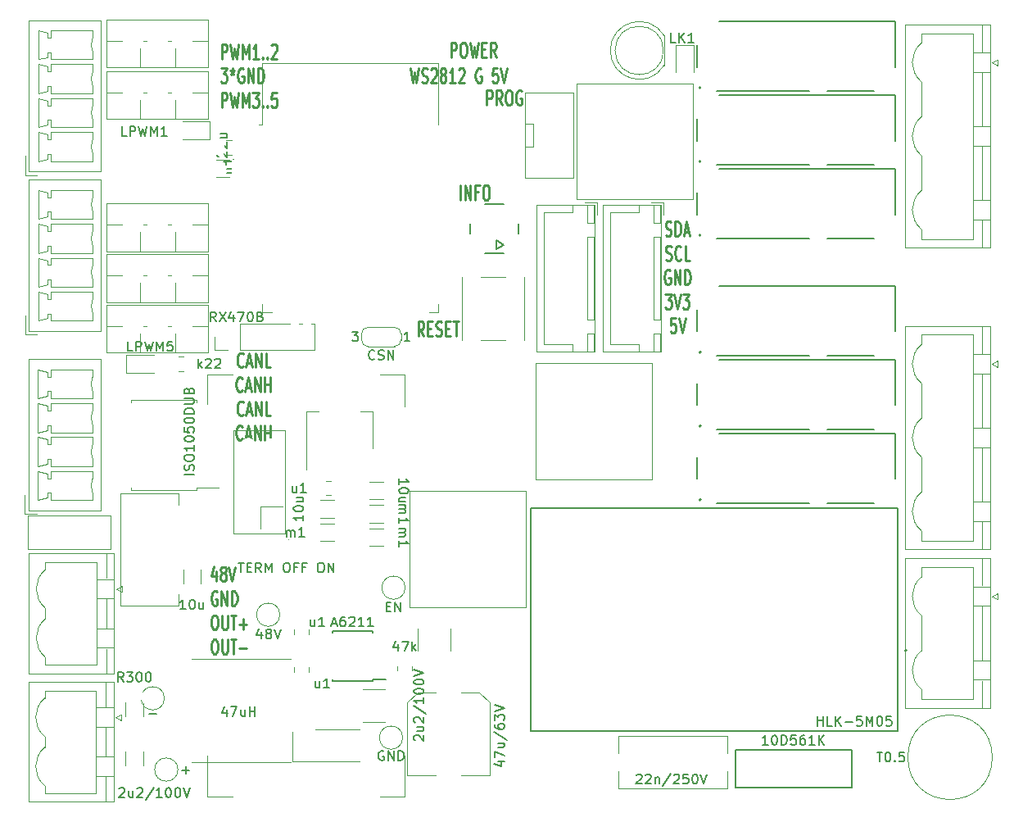
<source format=gto>
G04 #@! TF.GenerationSoftware,KiCad,Pcbnew,(5.1.8)-1*
G04 #@! TF.CreationDate,2021-05-03T11:51:10+02:00*
G04 #@! TF.ProjectId,sensactOutdoor,73656e73-6163-4744-9f75-74646f6f722e,rev?*
G04 #@! TF.SameCoordinates,Original*
G04 #@! TF.FileFunction,Legend,Top*
G04 #@! TF.FilePolarity,Positive*
%FSLAX46Y46*%
G04 Gerber Fmt 4.6, Leading zero omitted, Abs format (unit mm)*
G04 Created by KiCad (PCBNEW (5.1.8)-1) date 2021-05-03 11:51:10*
%MOMM*%
%LPD*%
G01*
G04 APERTURE LIST*
%ADD10C,0.250000*%
%ADD11C,0.120000*%
%ADD12C,0.203200*%
%ADD13C,0.200000*%
%ADD14C,0.127000*%
%ADD15C,0.150000*%
%ADD16O,2.000000X1.500000*%
%ADD17R,1.300000X2.000000*%
%ADD18C,2.000000*%
%ADD19R,2.200000X1.400000*%
%ADD20O,1.000000X1.000000*%
%ADD21R,1.000000X1.000000*%
%ADD22C,1.524000*%
%ADD23R,1.524000X1.524000*%
%ADD24C,1.650000*%
%ADD25O,3.600000X1.800000*%
%ADD26O,1.950000X1.700000*%
%ADD27C,1.500000*%
%ADD28R,1.500000X1.500000*%
%ADD29C,1.800000*%
%ADD30O,1.600000X2.000000*%
%ADD31C,1.600000*%
%ADD32O,1.700000X1.700000*%
%ADD33R,1.700000X1.700000*%
%ADD34R,1.000000X1.500000*%
%ADD35C,0.100000*%
%ADD36C,3.200000*%
%ADD37O,3.600000X2.100000*%
%ADD38R,4.800000X4.500000*%
%ADD39R,2.200000X0.600000*%
%ADD40O,1.905000X2.000000*%
%ADD41R,1.905000X2.000000*%
%ADD42R,5.000000X5.000000*%
%ADD43R,1.500000X3.000000*%
%ADD44R,3.800000X3.000000*%
%ADD45R,1.800000X1.800000*%
%ADD46O,3.600000X2.080000*%
%ADD47R,3.500000X1.800000*%
G04 APERTURE END LIST*
D10*
X64619809Y-26610571D02*
X64857904Y-28110571D01*
X65048380Y-27039142D01*
X65238857Y-28110571D01*
X65476952Y-26610571D01*
X65810285Y-28039142D02*
X65953142Y-28110571D01*
X66191238Y-28110571D01*
X66286476Y-28039142D01*
X66334095Y-27967714D01*
X66381714Y-27824857D01*
X66381714Y-27682000D01*
X66334095Y-27539142D01*
X66286476Y-27467714D01*
X66191238Y-27396285D01*
X66000761Y-27324857D01*
X65905523Y-27253428D01*
X65857904Y-27182000D01*
X65810285Y-27039142D01*
X65810285Y-26896285D01*
X65857904Y-26753428D01*
X65905523Y-26682000D01*
X66000761Y-26610571D01*
X66238857Y-26610571D01*
X66381714Y-26682000D01*
X66762666Y-26753428D02*
X66810285Y-26682000D01*
X66905523Y-26610571D01*
X67143619Y-26610571D01*
X67238857Y-26682000D01*
X67286476Y-26753428D01*
X67334095Y-26896285D01*
X67334095Y-27039142D01*
X67286476Y-27253428D01*
X66715047Y-28110571D01*
X67334095Y-28110571D01*
X67905523Y-27253428D02*
X67810285Y-27182000D01*
X67762666Y-27110571D01*
X67715047Y-26967714D01*
X67715047Y-26896285D01*
X67762666Y-26753428D01*
X67810285Y-26682000D01*
X67905523Y-26610571D01*
X68096000Y-26610571D01*
X68191238Y-26682000D01*
X68238857Y-26753428D01*
X68286476Y-26896285D01*
X68286476Y-26967714D01*
X68238857Y-27110571D01*
X68191238Y-27182000D01*
X68096000Y-27253428D01*
X67905523Y-27253428D01*
X67810285Y-27324857D01*
X67762666Y-27396285D01*
X67715047Y-27539142D01*
X67715047Y-27824857D01*
X67762666Y-27967714D01*
X67810285Y-28039142D01*
X67905523Y-28110571D01*
X68096000Y-28110571D01*
X68191238Y-28039142D01*
X68238857Y-27967714D01*
X68286476Y-27824857D01*
X68286476Y-27539142D01*
X68238857Y-27396285D01*
X68191238Y-27324857D01*
X68096000Y-27253428D01*
X69238857Y-28110571D02*
X68667428Y-28110571D01*
X68953142Y-28110571D02*
X68953142Y-26610571D01*
X68857904Y-26824857D01*
X68762666Y-26967714D01*
X68667428Y-27039142D01*
X69619809Y-26753428D02*
X69667428Y-26682000D01*
X69762666Y-26610571D01*
X70000761Y-26610571D01*
X70096000Y-26682000D01*
X70143619Y-26753428D01*
X70191238Y-26896285D01*
X70191238Y-27039142D01*
X70143619Y-27253428D01*
X69572190Y-28110571D01*
X70191238Y-28110571D01*
X71905523Y-26682000D02*
X71810285Y-26610571D01*
X71667428Y-26610571D01*
X71524571Y-26682000D01*
X71429333Y-26824857D01*
X71381714Y-26967714D01*
X71334095Y-27253428D01*
X71334095Y-27467714D01*
X71381714Y-27753428D01*
X71429333Y-27896285D01*
X71524571Y-28039142D01*
X71667428Y-28110571D01*
X71762666Y-28110571D01*
X71905523Y-28039142D01*
X71953142Y-27967714D01*
X71953142Y-27467714D01*
X71762666Y-27467714D01*
X73619809Y-26610571D02*
X73143619Y-26610571D01*
X73096000Y-27324857D01*
X73143619Y-27253428D01*
X73238857Y-27182000D01*
X73476952Y-27182000D01*
X73572190Y-27253428D01*
X73619809Y-27324857D01*
X73667428Y-27467714D01*
X73667428Y-27824857D01*
X73619809Y-27967714D01*
X73572190Y-28039142D01*
X73476952Y-28110571D01*
X73238857Y-28110571D01*
X73143619Y-28039142D01*
X73096000Y-27967714D01*
X73953142Y-26610571D02*
X74286476Y-28110571D01*
X74619809Y-26610571D01*
X44517166Y-78605571D02*
X44517166Y-79605571D01*
X44279071Y-78034142D02*
X44040976Y-79105571D01*
X44660023Y-79105571D01*
X45183833Y-78748428D02*
X45088595Y-78677000D01*
X45040976Y-78605571D01*
X44993357Y-78462714D01*
X44993357Y-78391285D01*
X45040976Y-78248428D01*
X45088595Y-78177000D01*
X45183833Y-78105571D01*
X45374309Y-78105571D01*
X45469547Y-78177000D01*
X45517166Y-78248428D01*
X45564785Y-78391285D01*
X45564785Y-78462714D01*
X45517166Y-78605571D01*
X45469547Y-78677000D01*
X45374309Y-78748428D01*
X45183833Y-78748428D01*
X45088595Y-78819857D01*
X45040976Y-78891285D01*
X44993357Y-79034142D01*
X44993357Y-79319857D01*
X45040976Y-79462714D01*
X45088595Y-79534142D01*
X45183833Y-79605571D01*
X45374309Y-79605571D01*
X45469547Y-79534142D01*
X45517166Y-79462714D01*
X45564785Y-79319857D01*
X45564785Y-79034142D01*
X45517166Y-78891285D01*
X45469547Y-78819857D01*
X45374309Y-78748428D01*
X45850500Y-78105571D02*
X46183833Y-79605571D01*
X46517166Y-78105571D01*
X44612404Y-80677000D02*
X44517166Y-80605571D01*
X44374309Y-80605571D01*
X44231452Y-80677000D01*
X44136214Y-80819857D01*
X44088595Y-80962714D01*
X44040976Y-81248428D01*
X44040976Y-81462714D01*
X44088595Y-81748428D01*
X44136214Y-81891285D01*
X44231452Y-82034142D01*
X44374309Y-82105571D01*
X44469547Y-82105571D01*
X44612404Y-82034142D01*
X44660023Y-81962714D01*
X44660023Y-81462714D01*
X44469547Y-81462714D01*
X45088595Y-82105571D02*
X45088595Y-80605571D01*
X45660023Y-82105571D01*
X45660023Y-80605571D01*
X46136214Y-82105571D02*
X46136214Y-80605571D01*
X46374309Y-80605571D01*
X46517166Y-80677000D01*
X46612404Y-80819857D01*
X46660023Y-80962714D01*
X46707642Y-81248428D01*
X46707642Y-81462714D01*
X46660023Y-81748428D01*
X46612404Y-81891285D01*
X46517166Y-82034142D01*
X46374309Y-82105571D01*
X46136214Y-82105571D01*
X44279071Y-83105571D02*
X44469547Y-83105571D01*
X44564785Y-83177000D01*
X44660023Y-83319857D01*
X44707642Y-83605571D01*
X44707642Y-84105571D01*
X44660023Y-84391285D01*
X44564785Y-84534142D01*
X44469547Y-84605571D01*
X44279071Y-84605571D01*
X44183833Y-84534142D01*
X44088595Y-84391285D01*
X44040976Y-84105571D01*
X44040976Y-83605571D01*
X44088595Y-83319857D01*
X44183833Y-83177000D01*
X44279071Y-83105571D01*
X45136214Y-83105571D02*
X45136214Y-84319857D01*
X45183833Y-84462714D01*
X45231452Y-84534142D01*
X45326690Y-84605571D01*
X45517166Y-84605571D01*
X45612404Y-84534142D01*
X45660023Y-84462714D01*
X45707642Y-84319857D01*
X45707642Y-83105571D01*
X46040976Y-83105571D02*
X46612404Y-83105571D01*
X46326690Y-84605571D02*
X46326690Y-83105571D01*
X46945738Y-84034142D02*
X47707642Y-84034142D01*
X47326690Y-84605571D02*
X47326690Y-83462714D01*
X44279071Y-85605571D02*
X44469547Y-85605571D01*
X44564785Y-85677000D01*
X44660023Y-85819857D01*
X44707642Y-86105571D01*
X44707642Y-86605571D01*
X44660023Y-86891285D01*
X44564785Y-87034142D01*
X44469547Y-87105571D01*
X44279071Y-87105571D01*
X44183833Y-87034142D01*
X44088595Y-86891285D01*
X44040976Y-86605571D01*
X44040976Y-86105571D01*
X44088595Y-85819857D01*
X44183833Y-85677000D01*
X44279071Y-85605571D01*
X45136214Y-85605571D02*
X45136214Y-86819857D01*
X45183833Y-86962714D01*
X45231452Y-87034142D01*
X45326690Y-87105571D01*
X45517166Y-87105571D01*
X45612404Y-87034142D01*
X45660023Y-86962714D01*
X45707642Y-86819857D01*
X45707642Y-85605571D01*
X46040976Y-85605571D02*
X46612404Y-85605571D01*
X46326690Y-87105571D02*
X46326690Y-85605571D01*
X46945738Y-86534142D02*
X47707642Y-86534142D01*
X45104595Y-25610571D02*
X45104595Y-24110571D01*
X45485547Y-24110571D01*
X45580785Y-24182000D01*
X45628404Y-24253428D01*
X45676023Y-24396285D01*
X45676023Y-24610571D01*
X45628404Y-24753428D01*
X45580785Y-24824857D01*
X45485547Y-24896285D01*
X45104595Y-24896285D01*
X46009357Y-24110571D02*
X46247452Y-25610571D01*
X46437928Y-24539142D01*
X46628404Y-25610571D01*
X46866500Y-24110571D01*
X47247452Y-25610571D02*
X47247452Y-24110571D01*
X47580785Y-25182000D01*
X47914119Y-24110571D01*
X47914119Y-25610571D01*
X48914119Y-25610571D02*
X48342690Y-25610571D01*
X48628404Y-25610571D02*
X48628404Y-24110571D01*
X48533166Y-24324857D01*
X48437928Y-24467714D01*
X48342690Y-24539142D01*
X49342690Y-25467714D02*
X49390309Y-25539142D01*
X49342690Y-25610571D01*
X49295071Y-25539142D01*
X49342690Y-25467714D01*
X49342690Y-25610571D01*
X49818880Y-25467714D02*
X49866500Y-25539142D01*
X49818880Y-25610571D01*
X49771261Y-25539142D01*
X49818880Y-25467714D01*
X49818880Y-25610571D01*
X50247452Y-24253428D02*
X50295071Y-24182000D01*
X50390309Y-24110571D01*
X50628404Y-24110571D01*
X50723642Y-24182000D01*
X50771261Y-24253428D01*
X50818880Y-24396285D01*
X50818880Y-24539142D01*
X50771261Y-24753428D01*
X50199833Y-25610571D01*
X50818880Y-25610571D01*
X45009357Y-26610571D02*
X45628404Y-26610571D01*
X45295071Y-27182000D01*
X45437928Y-27182000D01*
X45533166Y-27253428D01*
X45580785Y-27324857D01*
X45628404Y-27467714D01*
X45628404Y-27824857D01*
X45580785Y-27967714D01*
X45533166Y-28039142D01*
X45437928Y-28110571D01*
X45152214Y-28110571D01*
X45056976Y-28039142D01*
X45009357Y-27967714D01*
X46199833Y-26610571D02*
X46199833Y-26967714D01*
X45961738Y-26824857D02*
X46199833Y-26967714D01*
X46437928Y-26824857D01*
X46056976Y-27253428D02*
X46199833Y-26967714D01*
X46342690Y-27253428D01*
X47342690Y-26682000D02*
X47247452Y-26610571D01*
X47104595Y-26610571D01*
X46961738Y-26682000D01*
X46866500Y-26824857D01*
X46818880Y-26967714D01*
X46771261Y-27253428D01*
X46771261Y-27467714D01*
X46818880Y-27753428D01*
X46866500Y-27896285D01*
X46961738Y-28039142D01*
X47104595Y-28110571D01*
X47199833Y-28110571D01*
X47342690Y-28039142D01*
X47390309Y-27967714D01*
X47390309Y-27467714D01*
X47199833Y-27467714D01*
X47818880Y-28110571D02*
X47818880Y-26610571D01*
X48390309Y-28110571D01*
X48390309Y-26610571D01*
X48866500Y-28110571D02*
X48866500Y-26610571D01*
X49104595Y-26610571D01*
X49247452Y-26682000D01*
X49342690Y-26824857D01*
X49390309Y-26967714D01*
X49437928Y-27253428D01*
X49437928Y-27467714D01*
X49390309Y-27753428D01*
X49342690Y-27896285D01*
X49247452Y-28039142D01*
X49104595Y-28110571D01*
X48866500Y-28110571D01*
X45104595Y-30610571D02*
X45104595Y-29110571D01*
X45485547Y-29110571D01*
X45580785Y-29182000D01*
X45628404Y-29253428D01*
X45676023Y-29396285D01*
X45676023Y-29610571D01*
X45628404Y-29753428D01*
X45580785Y-29824857D01*
X45485547Y-29896285D01*
X45104595Y-29896285D01*
X46009357Y-29110571D02*
X46247452Y-30610571D01*
X46437928Y-29539142D01*
X46628404Y-30610571D01*
X46866500Y-29110571D01*
X47247452Y-30610571D02*
X47247452Y-29110571D01*
X47580785Y-30182000D01*
X47914119Y-29110571D01*
X47914119Y-30610571D01*
X48295071Y-29110571D02*
X48914119Y-29110571D01*
X48580785Y-29682000D01*
X48723642Y-29682000D01*
X48818880Y-29753428D01*
X48866500Y-29824857D01*
X48914119Y-29967714D01*
X48914119Y-30324857D01*
X48866500Y-30467714D01*
X48818880Y-30539142D01*
X48723642Y-30610571D01*
X48437928Y-30610571D01*
X48342690Y-30539142D01*
X48295071Y-30467714D01*
X49342690Y-30467714D02*
X49390309Y-30539142D01*
X49342690Y-30610571D01*
X49295071Y-30539142D01*
X49342690Y-30467714D01*
X49342690Y-30610571D01*
X49818880Y-30467714D02*
X49866500Y-30539142D01*
X49818880Y-30610571D01*
X49771261Y-30539142D01*
X49818880Y-30467714D01*
X49818880Y-30610571D01*
X50771261Y-29110571D02*
X50295071Y-29110571D01*
X50247452Y-29824857D01*
X50295071Y-29753428D01*
X50390309Y-29682000D01*
X50628404Y-29682000D01*
X50723642Y-29753428D01*
X50771261Y-29824857D01*
X50818880Y-29967714D01*
X50818880Y-30324857D01*
X50771261Y-30467714D01*
X50723642Y-30539142D01*
X50628404Y-30610571D01*
X50390309Y-30610571D01*
X50295071Y-30539142D01*
X50247452Y-30467714D01*
X90987714Y-43867142D02*
X91130571Y-43938571D01*
X91368666Y-43938571D01*
X91463904Y-43867142D01*
X91511523Y-43795714D01*
X91559142Y-43652857D01*
X91559142Y-43510000D01*
X91511523Y-43367142D01*
X91463904Y-43295714D01*
X91368666Y-43224285D01*
X91178190Y-43152857D01*
X91082952Y-43081428D01*
X91035333Y-43010000D01*
X90987714Y-42867142D01*
X90987714Y-42724285D01*
X91035333Y-42581428D01*
X91082952Y-42510000D01*
X91178190Y-42438571D01*
X91416285Y-42438571D01*
X91559142Y-42510000D01*
X91987714Y-43938571D02*
X91987714Y-42438571D01*
X92225809Y-42438571D01*
X92368666Y-42510000D01*
X92463904Y-42652857D01*
X92511523Y-42795714D01*
X92559142Y-43081428D01*
X92559142Y-43295714D01*
X92511523Y-43581428D01*
X92463904Y-43724285D01*
X92368666Y-43867142D01*
X92225809Y-43938571D01*
X91987714Y-43938571D01*
X92940095Y-43510000D02*
X93416285Y-43510000D01*
X92844857Y-43938571D02*
X93178190Y-42438571D01*
X93511523Y-43938571D01*
X91011523Y-46367142D02*
X91154380Y-46438571D01*
X91392476Y-46438571D01*
X91487714Y-46367142D01*
X91535333Y-46295714D01*
X91582952Y-46152857D01*
X91582952Y-46010000D01*
X91535333Y-45867142D01*
X91487714Y-45795714D01*
X91392476Y-45724285D01*
X91202000Y-45652857D01*
X91106761Y-45581428D01*
X91059142Y-45510000D01*
X91011523Y-45367142D01*
X91011523Y-45224285D01*
X91059142Y-45081428D01*
X91106761Y-45010000D01*
X91202000Y-44938571D01*
X91440095Y-44938571D01*
X91582952Y-45010000D01*
X92582952Y-46295714D02*
X92535333Y-46367142D01*
X92392476Y-46438571D01*
X92297238Y-46438571D01*
X92154380Y-46367142D01*
X92059142Y-46224285D01*
X92011523Y-46081428D01*
X91963904Y-45795714D01*
X91963904Y-45581428D01*
X92011523Y-45295714D01*
X92059142Y-45152857D01*
X92154380Y-45010000D01*
X92297238Y-44938571D01*
X92392476Y-44938571D01*
X92535333Y-45010000D01*
X92582952Y-45081428D01*
X93487714Y-46438571D02*
X93011523Y-46438571D01*
X93011523Y-44938571D01*
X91440095Y-47510000D02*
X91344857Y-47438571D01*
X91202000Y-47438571D01*
X91059142Y-47510000D01*
X90963904Y-47652857D01*
X90916285Y-47795714D01*
X90868666Y-48081428D01*
X90868666Y-48295714D01*
X90916285Y-48581428D01*
X90963904Y-48724285D01*
X91059142Y-48867142D01*
X91202000Y-48938571D01*
X91297238Y-48938571D01*
X91440095Y-48867142D01*
X91487714Y-48795714D01*
X91487714Y-48295714D01*
X91297238Y-48295714D01*
X91916285Y-48938571D02*
X91916285Y-47438571D01*
X92487714Y-48938571D01*
X92487714Y-47438571D01*
X92963904Y-48938571D02*
X92963904Y-47438571D01*
X93202000Y-47438571D01*
X93344857Y-47510000D01*
X93440095Y-47652857D01*
X93487714Y-47795714D01*
X93535333Y-48081428D01*
X93535333Y-48295714D01*
X93487714Y-48581428D01*
X93440095Y-48724285D01*
X93344857Y-48867142D01*
X93202000Y-48938571D01*
X92963904Y-48938571D01*
X90963904Y-49938571D02*
X91582952Y-49938571D01*
X91249619Y-50510000D01*
X91392476Y-50510000D01*
X91487714Y-50581428D01*
X91535333Y-50652857D01*
X91582952Y-50795714D01*
X91582952Y-51152857D01*
X91535333Y-51295714D01*
X91487714Y-51367142D01*
X91392476Y-51438571D01*
X91106761Y-51438571D01*
X91011523Y-51367142D01*
X90963904Y-51295714D01*
X91868666Y-49938571D02*
X92202000Y-51438571D01*
X92535333Y-49938571D01*
X92773428Y-49938571D02*
X93392476Y-49938571D01*
X93059142Y-50510000D01*
X93202000Y-50510000D01*
X93297238Y-50581428D01*
X93344857Y-50652857D01*
X93392476Y-50795714D01*
X93392476Y-51152857D01*
X93344857Y-51295714D01*
X93297238Y-51367142D01*
X93202000Y-51438571D01*
X92916285Y-51438571D01*
X92821047Y-51367142D01*
X92773428Y-51295714D01*
X92011523Y-52438571D02*
X91535333Y-52438571D01*
X91487714Y-53152857D01*
X91535333Y-53081428D01*
X91630571Y-53010000D01*
X91868666Y-53010000D01*
X91963904Y-53081428D01*
X92011523Y-53152857D01*
X92059142Y-53295714D01*
X92059142Y-53652857D01*
X92011523Y-53795714D01*
X91963904Y-53867142D01*
X91868666Y-53938571D01*
X91630571Y-53938571D01*
X91535333Y-53867142D01*
X91487714Y-53795714D01*
X92344857Y-52438571D02*
X92678190Y-53938571D01*
X93011523Y-52438571D01*
X47339380Y-57364714D02*
X47291761Y-57436142D01*
X47148904Y-57507571D01*
X47053666Y-57507571D01*
X46910809Y-57436142D01*
X46815571Y-57293285D01*
X46767952Y-57150428D01*
X46720333Y-56864714D01*
X46720333Y-56650428D01*
X46767952Y-56364714D01*
X46815571Y-56221857D01*
X46910809Y-56079000D01*
X47053666Y-56007571D01*
X47148904Y-56007571D01*
X47291761Y-56079000D01*
X47339380Y-56150428D01*
X47720333Y-57079000D02*
X48196523Y-57079000D01*
X47625095Y-57507571D02*
X47958428Y-56007571D01*
X48291761Y-57507571D01*
X48625095Y-57507571D02*
X48625095Y-56007571D01*
X49196523Y-57507571D01*
X49196523Y-56007571D01*
X50148904Y-57507571D02*
X49672714Y-57507571D01*
X49672714Y-56007571D01*
X47220333Y-59864714D02*
X47172714Y-59936142D01*
X47029857Y-60007571D01*
X46934619Y-60007571D01*
X46791761Y-59936142D01*
X46696523Y-59793285D01*
X46648904Y-59650428D01*
X46601285Y-59364714D01*
X46601285Y-59150428D01*
X46648904Y-58864714D01*
X46696523Y-58721857D01*
X46791761Y-58579000D01*
X46934619Y-58507571D01*
X47029857Y-58507571D01*
X47172714Y-58579000D01*
X47220333Y-58650428D01*
X47601285Y-59579000D02*
X48077476Y-59579000D01*
X47506047Y-60007571D02*
X47839380Y-58507571D01*
X48172714Y-60007571D01*
X48506047Y-60007571D02*
X48506047Y-58507571D01*
X49077476Y-60007571D01*
X49077476Y-58507571D01*
X49553666Y-60007571D02*
X49553666Y-58507571D01*
X49553666Y-59221857D02*
X50125095Y-59221857D01*
X50125095Y-60007571D02*
X50125095Y-58507571D01*
X47339380Y-62364714D02*
X47291761Y-62436142D01*
X47148904Y-62507571D01*
X47053666Y-62507571D01*
X46910809Y-62436142D01*
X46815571Y-62293285D01*
X46767952Y-62150428D01*
X46720333Y-61864714D01*
X46720333Y-61650428D01*
X46767952Y-61364714D01*
X46815571Y-61221857D01*
X46910809Y-61079000D01*
X47053666Y-61007571D01*
X47148904Y-61007571D01*
X47291761Y-61079000D01*
X47339380Y-61150428D01*
X47720333Y-62079000D02*
X48196523Y-62079000D01*
X47625095Y-62507571D02*
X47958428Y-61007571D01*
X48291761Y-62507571D01*
X48625095Y-62507571D02*
X48625095Y-61007571D01*
X49196523Y-62507571D01*
X49196523Y-61007571D01*
X50148904Y-62507571D02*
X49672714Y-62507571D01*
X49672714Y-61007571D01*
X47220333Y-64864714D02*
X47172714Y-64936142D01*
X47029857Y-65007571D01*
X46934619Y-65007571D01*
X46791761Y-64936142D01*
X46696523Y-64793285D01*
X46648904Y-64650428D01*
X46601285Y-64364714D01*
X46601285Y-64150428D01*
X46648904Y-63864714D01*
X46696523Y-63721857D01*
X46791761Y-63579000D01*
X46934619Y-63507571D01*
X47029857Y-63507571D01*
X47172714Y-63579000D01*
X47220333Y-63650428D01*
X47601285Y-64579000D02*
X48077476Y-64579000D01*
X47506047Y-65007571D02*
X47839380Y-63507571D01*
X48172714Y-65007571D01*
X48506047Y-65007571D02*
X48506047Y-63507571D01*
X49077476Y-65007571D01*
X49077476Y-63507571D01*
X49553666Y-65007571D02*
X49553666Y-63507571D01*
X49553666Y-64221857D02*
X50125095Y-64221857D01*
X50125095Y-65007571D02*
X50125095Y-63507571D01*
D11*
X40651000Y-82127000D02*
X40651000Y-80927000D01*
X40651000Y-70527000D02*
X40651000Y-71727000D01*
X40651000Y-82127000D02*
X34651000Y-82127000D01*
X34651000Y-82127000D02*
X34651000Y-70527000D01*
X34651000Y-70527000D02*
X40651000Y-70527000D01*
X69922000Y-48205000D02*
X69952000Y-48205000D01*
X76382000Y-48205000D02*
X76352000Y-48205000D01*
X76382000Y-54665000D02*
X76352000Y-54665000D01*
X69952000Y-54665000D02*
X69922000Y-54665000D01*
X71852000Y-48205000D02*
X74452000Y-48205000D01*
X69922000Y-54665000D02*
X69922000Y-48205000D01*
X71852000Y-54665000D02*
X74452000Y-54665000D01*
X76382000Y-54665000D02*
X76382000Y-48205000D01*
X64048000Y-101810000D02*
X64048000Y-97610000D01*
X61448000Y-101810000D02*
X64048000Y-101810000D01*
X43648000Y-101810000D02*
X43648000Y-97610000D01*
X46248000Y-101810000D02*
X43648000Y-101810000D01*
X43648000Y-58210000D02*
X43648000Y-61510000D01*
X46248000Y-58210000D02*
X43648000Y-58210000D01*
X64048000Y-58210000D02*
X64048000Y-61510000D01*
X61448000Y-58210000D02*
X64048000Y-58210000D01*
D12*
X75779000Y-42679000D02*
X75779000Y-43679000D01*
X74279000Y-45679000D02*
X72279000Y-45679000D01*
X70779000Y-42679000D02*
X70779000Y-43679000D01*
X74279000Y-40679000D02*
X72279000Y-40679000D01*
X73529000Y-45279000D02*
X74279000Y-44829000D01*
X73529000Y-44379000D02*
X73529000Y-45279000D01*
X74279000Y-44829000D02*
X73529000Y-44379000D01*
D11*
X77294000Y-34728000D02*
X76494000Y-34728000D01*
X77294000Y-32328000D02*
X77294000Y-34728000D01*
X76494000Y-32328000D02*
X77294000Y-32328000D01*
X81494000Y-37928000D02*
X81494000Y-33528000D01*
X76494000Y-37928000D02*
X81494000Y-37928000D01*
X76494000Y-29128000D02*
X76494000Y-37928000D01*
X81494000Y-29128000D02*
X76494000Y-29128000D01*
X81494000Y-33528000D02*
X81494000Y-29128000D01*
X51689000Y-74676000D02*
X51689000Y-74676000D01*
X51689000Y-64008000D02*
X51689000Y-74676000D01*
X52019000Y-75252000D02*
X52019000Y-75252000D01*
X51435000Y-71882000D02*
X51435000Y-71882000D01*
X49149000Y-71882000D02*
X51435000Y-71882000D01*
X49149000Y-74168000D02*
X49149000Y-71882000D01*
X51689000Y-64008000D02*
X51689000Y-64008000D01*
X46355000Y-64008000D02*
X51689000Y-64008000D01*
X46355000Y-74676000D02*
X46355000Y-64008000D01*
X51689000Y-74676000D02*
X46355000Y-74676000D01*
D13*
X94650000Y-63549000D02*
G75*
G03*
X94650000Y-63549000I-100000J0D01*
G01*
D14*
X94200000Y-61389000D02*
X94200000Y-59139000D01*
X96500000Y-56689000D02*
X114700000Y-56689000D01*
X114700000Y-56689000D02*
X114700000Y-61389000D01*
X107700000Y-63889000D02*
X112500000Y-63889000D01*
X105800000Y-63889000D02*
X96300000Y-63889000D01*
D11*
X65333637Y-91091600D02*
X64269200Y-92156037D01*
X71724763Y-91091600D02*
X72789200Y-92156037D01*
X71724763Y-91091600D02*
X69839200Y-91091600D01*
X65333637Y-91091600D02*
X67219200Y-91091600D01*
X64269200Y-92156037D02*
X64269200Y-99611600D01*
X72789200Y-92156037D02*
X72789200Y-99611600D01*
X72789200Y-99611600D02*
X69839200Y-99611600D01*
X64269200Y-99611600D02*
X67219200Y-99611600D01*
X25154800Y-72283000D02*
X32624800Y-72283000D01*
X32624800Y-72283000D02*
X32624800Y-56663000D01*
X32624800Y-56663000D02*
X25154800Y-56663000D01*
X25154800Y-56663000D02*
X25154800Y-72283000D01*
X31764800Y-70473000D02*
X31764800Y-71223000D01*
X31764800Y-71223000D02*
X27464800Y-71223000D01*
X27464800Y-71223000D02*
X27464800Y-70473000D01*
X27464800Y-70473000D02*
X27114800Y-70473000D01*
X27114800Y-70473000D02*
X27114800Y-70973000D01*
X27114800Y-70973000D02*
X26114800Y-71223000D01*
X26114800Y-71223000D02*
X26114800Y-68223000D01*
X26114800Y-68223000D02*
X27114800Y-68473000D01*
X27114800Y-68473000D02*
X27114800Y-68973000D01*
X27114800Y-68973000D02*
X27464800Y-68973000D01*
X27464800Y-68973000D02*
X27464800Y-68223000D01*
X27464800Y-68223000D02*
X31764800Y-68223000D01*
X31764800Y-68223000D02*
X31764800Y-68973000D01*
X31764800Y-66973000D02*
X31764800Y-67723000D01*
X31764800Y-67723000D02*
X27464800Y-67723000D01*
X27464800Y-67723000D02*
X27464800Y-66973000D01*
X27464800Y-66973000D02*
X27114800Y-66973000D01*
X27114800Y-66973000D02*
X27114800Y-67473000D01*
X27114800Y-67473000D02*
X26114800Y-67723000D01*
X26114800Y-67723000D02*
X26114800Y-64723000D01*
X26114800Y-64723000D02*
X27114800Y-64973000D01*
X27114800Y-64973000D02*
X27114800Y-65473000D01*
X27114800Y-65473000D02*
X27464800Y-65473000D01*
X27464800Y-65473000D02*
X27464800Y-64723000D01*
X27464800Y-64723000D02*
X31764800Y-64723000D01*
X31764800Y-64723000D02*
X31764800Y-65473000D01*
X31764800Y-63473000D02*
X31764800Y-64223000D01*
X31764800Y-64223000D02*
X27464800Y-64223000D01*
X27464800Y-64223000D02*
X27464800Y-63473000D01*
X27464800Y-63473000D02*
X27114800Y-63473000D01*
X27114800Y-63473000D02*
X27114800Y-63973000D01*
X27114800Y-63973000D02*
X26114800Y-64223000D01*
X26114800Y-64223000D02*
X26114800Y-61223000D01*
X26114800Y-61223000D02*
X27114800Y-61473000D01*
X27114800Y-61473000D02*
X27114800Y-61973000D01*
X27114800Y-61973000D02*
X27464800Y-61973000D01*
X27464800Y-61973000D02*
X27464800Y-61223000D01*
X27464800Y-61223000D02*
X31764800Y-61223000D01*
X31764800Y-61223000D02*
X31764800Y-61973000D01*
X31764800Y-59973000D02*
X31764800Y-60723000D01*
X31764800Y-60723000D02*
X27464800Y-60723000D01*
X27464800Y-60723000D02*
X27464800Y-59973000D01*
X27464800Y-59973000D02*
X27114800Y-59973000D01*
X27114800Y-59973000D02*
X27114800Y-60473000D01*
X27114800Y-60473000D02*
X26114800Y-60723000D01*
X26114800Y-60723000D02*
X26114800Y-57723000D01*
X26114800Y-57723000D02*
X27114800Y-57973000D01*
X27114800Y-57973000D02*
X27114800Y-58473000D01*
X27114800Y-58473000D02*
X27464800Y-58473000D01*
X27464800Y-58473000D02*
X27464800Y-57723000D01*
X27464800Y-57723000D02*
X31764800Y-57723000D01*
X31764800Y-57723000D02*
X31764800Y-58473000D01*
X26014800Y-72673000D02*
X24764800Y-72673000D01*
X24764800Y-72673000D02*
X24764800Y-70673000D01*
X31764645Y-58473353D02*
G75*
G03*
X31764800Y-59973000I1700155J-749647D01*
G01*
X31764645Y-61973353D02*
G75*
G03*
X31764800Y-63473000I1700155J-749647D01*
G01*
X31764645Y-65473353D02*
G75*
G03*
X31764800Y-66973000I1700155J-749647D01*
G01*
X31764645Y-68973353D02*
G75*
G03*
X31764800Y-70473000I1700155J-749647D01*
G01*
X77599000Y-69060000D02*
X89599000Y-69060000D01*
X89599000Y-69060000D02*
X89599000Y-57060000D01*
X89599000Y-57060000D02*
X77599000Y-57060000D01*
X77599000Y-57060000D02*
X77599000Y-69060000D01*
X39173000Y-91694000D02*
G75*
G03*
X39173000Y-91694000I-1200000J0D01*
G01*
X42536000Y-69927000D02*
X44816000Y-69927000D01*
X42536000Y-70217000D02*
X42536000Y-69927000D01*
X39116000Y-70217000D02*
X42536000Y-70217000D01*
X35696000Y-70217000D02*
X35696000Y-69927000D01*
X39116000Y-70217000D02*
X35696000Y-70217000D01*
X42536000Y-60847000D02*
X42536000Y-61137000D01*
X39116000Y-60847000D02*
X42536000Y-60847000D01*
X35696000Y-60847000D02*
X35696000Y-61137000D01*
X39116000Y-60847000D02*
X35696000Y-60847000D01*
X42947000Y-78409748D02*
X42947000Y-79832252D01*
X41127000Y-78409748D02*
X41127000Y-79832252D01*
X83613000Y-40747000D02*
X77643000Y-40747000D01*
X77643000Y-40747000D02*
X77643000Y-55867000D01*
X77643000Y-55867000D02*
X83613000Y-55867000D01*
X83613000Y-55867000D02*
X83613000Y-40747000D01*
X83603000Y-44057000D02*
X82853000Y-44057000D01*
X82853000Y-44057000D02*
X82853000Y-52557000D01*
X82853000Y-52557000D02*
X83603000Y-52557000D01*
X83603000Y-52557000D02*
X83603000Y-44057000D01*
X83603000Y-40757000D02*
X82853000Y-40757000D01*
X82853000Y-40757000D02*
X82853000Y-42557000D01*
X82853000Y-42557000D02*
X83603000Y-42557000D01*
X83603000Y-42557000D02*
X83603000Y-40757000D01*
X83603000Y-54057000D02*
X82853000Y-54057000D01*
X82853000Y-54057000D02*
X82853000Y-55857000D01*
X82853000Y-55857000D02*
X83603000Y-55857000D01*
X83603000Y-55857000D02*
X83603000Y-54057000D01*
X81353000Y-40757000D02*
X81353000Y-41507000D01*
X81353000Y-41507000D02*
X78403000Y-41507000D01*
X78403000Y-41507000D02*
X78403000Y-48307000D01*
X81353000Y-55857000D02*
X81353000Y-55107000D01*
X81353000Y-55107000D02*
X78403000Y-55107000D01*
X78403000Y-55107000D02*
X78403000Y-48307000D01*
X83903000Y-41707000D02*
X83903000Y-40457000D01*
X83903000Y-40457000D02*
X82653000Y-40457000D01*
X41037000Y-33980000D02*
X43897000Y-33980000D01*
X43897000Y-33980000D02*
X43897000Y-32060000D01*
X43897000Y-32060000D02*
X41037000Y-32060000D01*
X38084000Y-56190000D02*
X35224000Y-56190000D01*
X35224000Y-56190000D02*
X35224000Y-58110000D01*
X35224000Y-58110000D02*
X38084000Y-58110000D01*
X93924000Y-27035000D02*
X93924000Y-24175000D01*
X93924000Y-24175000D02*
X92004000Y-24175000D01*
X92004000Y-24175000D02*
X92004000Y-27035000D01*
X41121064Y-57885000D02*
X40666936Y-57885000D01*
X41121064Y-56415000D02*
X40666936Y-56415000D01*
D13*
X94650000Y-43863000D02*
G75*
G03*
X94650000Y-43863000I-100000J0D01*
G01*
D14*
X94200000Y-41703000D02*
X94200000Y-39453000D01*
X96500000Y-37003000D02*
X114700000Y-37003000D01*
X114700000Y-37003000D02*
X114700000Y-41703000D01*
X107700000Y-44203000D02*
X112500000Y-44203000D01*
X105800000Y-44203000D02*
X96300000Y-44203000D01*
D13*
X115912000Y-86766000D02*
G75*
G03*
X115912000Y-86766000I-100000J0D01*
G01*
D14*
X77012000Y-95066000D02*
X115012000Y-95066000D01*
X77012000Y-72066000D02*
X77012000Y-95066000D01*
X115012000Y-72066000D02*
X77012000Y-72066000D01*
X115012000Y-95066000D02*
X115012000Y-72066000D01*
D15*
X98207000Y-100948000D02*
X110207000Y-100948000D01*
X98207000Y-97048000D02*
X110207000Y-97048000D01*
X110207000Y-97048000D02*
X110207000Y-100948000D01*
X98207000Y-97048000D02*
X98207000Y-100948000D01*
D11*
X33587000Y-72799000D02*
X33587000Y-74549000D01*
X25087000Y-72799000D02*
X33587000Y-72799000D01*
X25087000Y-76299000D02*
X25087000Y-72799000D01*
X33587000Y-76299000D02*
X25087000Y-76299000D01*
X33587000Y-74549000D02*
X33587000Y-76299000D01*
D13*
X94650000Y-71168000D02*
G75*
G03*
X94650000Y-71168000I-100000J0D01*
G01*
D14*
X94200000Y-69008000D02*
X94200000Y-66758000D01*
X96500000Y-64308000D02*
X114700000Y-64308000D01*
X114700000Y-64308000D02*
X114700000Y-69008000D01*
X107700000Y-71508000D02*
X112500000Y-71508000D01*
X105800000Y-71508000D02*
X96300000Y-71508000D01*
D11*
X93825000Y-40150000D02*
X93825000Y-28150000D01*
X93825000Y-28150000D02*
X81825000Y-28150000D01*
X81825000Y-28150000D02*
X81825000Y-40150000D01*
X81825000Y-40150000D02*
X93825000Y-40150000D01*
X64545000Y-82268000D02*
X76545000Y-82268000D01*
X76545000Y-82268000D02*
X76545000Y-70268000D01*
X76545000Y-70268000D02*
X64545000Y-70268000D01*
X64545000Y-70268000D02*
X64545000Y-82268000D01*
D13*
X94650000Y-55928000D02*
G75*
G03*
X94650000Y-55928000I-100000J0D01*
G01*
D14*
X94200000Y-53768000D02*
X94200000Y-51518000D01*
X96500000Y-49068000D02*
X114700000Y-49068000D01*
X114700000Y-49068000D02*
X114700000Y-53768000D01*
X107700000Y-56268000D02*
X112500000Y-56268000D01*
X105800000Y-56268000D02*
X96300000Y-56268000D01*
D13*
X94650000Y-36243000D02*
G75*
G03*
X94650000Y-36243000I-100000J0D01*
G01*
D14*
X94200000Y-34083000D02*
X94200000Y-31833000D01*
X96500000Y-29383000D02*
X114700000Y-29383000D01*
X114700000Y-29383000D02*
X114700000Y-34083000D01*
X107700000Y-36583000D02*
X112500000Y-36583000D01*
X105800000Y-36583000D02*
X96300000Y-36583000D01*
D13*
X94650000Y-28623000D02*
G75*
G03*
X94650000Y-28623000I-100000J0D01*
G01*
D14*
X94200000Y-26463000D02*
X94200000Y-24213000D01*
X96500000Y-21763000D02*
X114700000Y-21763000D01*
X114700000Y-21763000D02*
X114700000Y-26463000D01*
X107700000Y-28963000D02*
X112500000Y-28963000D01*
X105800000Y-28963000D02*
X96300000Y-28963000D01*
D11*
X97361000Y-100968000D02*
X86121000Y-100968000D01*
X97361000Y-95628000D02*
X86121000Y-95628000D01*
X97361000Y-100968000D02*
X97361000Y-99223000D01*
X97361000Y-97373000D02*
X97361000Y-95628000D01*
X86121000Y-100968000D02*
X86121000Y-99223000D01*
X86121000Y-97373000D02*
X86121000Y-95628000D01*
X124756000Y-97790000D02*
G75*
G03*
X124756000Y-97790000I-4360000J0D01*
G01*
X40570000Y-99060000D02*
G75*
G03*
X40570000Y-99060000I-1200000J0D01*
G01*
X63811000Y-95758000D02*
G75*
G03*
X63811000Y-95758000I-1200000J0D01*
G01*
X54670000Y-55686000D02*
X54670000Y-53026000D01*
X46990000Y-55686000D02*
X54670000Y-55686000D01*
X46990000Y-53026000D02*
X54670000Y-53026000D01*
X46990000Y-55686000D02*
X46990000Y-53026000D01*
X45720000Y-55686000D02*
X44390000Y-55686000D01*
X44390000Y-55686000D02*
X44390000Y-54356000D01*
X62995000Y-55356000D02*
X60195000Y-55356000D01*
X59545000Y-54656000D02*
X59545000Y-54056000D01*
X60195000Y-53356000D02*
X62995000Y-53356000D01*
X63645000Y-54056000D02*
X63645000Y-54656000D01*
X63645000Y-54656000D02*
G75*
G02*
X62945000Y-55356000I-700000J0D01*
G01*
X62945000Y-53356000D02*
G75*
G02*
X63645000Y-54056000I0J-700000D01*
G01*
X59545000Y-54056000D02*
G75*
G02*
X60245000Y-53356000I700000J0D01*
G01*
X60245000Y-55356000D02*
G75*
G02*
X59545000Y-54656000I0J700000D01*
G01*
X60375748Y-75967000D02*
X61798252Y-75967000D01*
X60375748Y-74147000D02*
X61798252Y-74147000D01*
X60375748Y-73554000D02*
X61798252Y-73554000D01*
X60375748Y-71734000D02*
X61798252Y-71734000D01*
X64065000Y-80264000D02*
G75*
G03*
X64065000Y-80264000I-1200000J0D01*
G01*
X51111000Y-83058000D02*
G75*
G03*
X51111000Y-83058000I-1200000J0D01*
G01*
X125344000Y-80853000D02*
X125344000Y-81453000D01*
X124744000Y-81153000D02*
X125344000Y-80853000D01*
X125344000Y-81453000D02*
X124744000Y-81153000D01*
X117434000Y-91783000D02*
X117434000Y-90773000D01*
X122734000Y-91783000D02*
X117434000Y-91783000D01*
X122734000Y-78143000D02*
X122734000Y-91783000D01*
X117434000Y-78143000D02*
X122734000Y-78143000D01*
X117434000Y-79153000D02*
X117434000Y-78143000D01*
X117434000Y-83153000D02*
X117434000Y-86773000D01*
X122734000Y-89773000D02*
X122734000Y-87773000D01*
X124544000Y-89773000D02*
X122734000Y-89773000D01*
X124544000Y-87773000D02*
X124544000Y-89773000D01*
X122734000Y-87773000D02*
X124544000Y-87773000D01*
X122734000Y-82153000D02*
X122734000Y-80153000D01*
X124544000Y-82153000D02*
X122734000Y-82153000D01*
X124544000Y-80153000D02*
X124544000Y-82153000D01*
X122734000Y-80153000D02*
X124544000Y-80153000D01*
X123734000Y-82153000D02*
X123734000Y-87773000D01*
X123734000Y-92693000D02*
X123734000Y-89883000D01*
X123734000Y-77233000D02*
X123734000Y-80043000D01*
X124544000Y-92693000D02*
X124544000Y-77233000D01*
X115724000Y-92693000D02*
X124544000Y-92693000D01*
X115724000Y-77233000D02*
X115724000Y-92693000D01*
X124544000Y-77233000D02*
X115724000Y-77233000D01*
X117418179Y-90759841D02*
G75*
G02*
X117434000Y-86773000I1665821J1986841D01*
G01*
X117418179Y-83139841D02*
G75*
G02*
X117434000Y-79153000I1665821J1986841D01*
G01*
X125344000Y-56850000D02*
X125344000Y-57450000D01*
X124744000Y-57150000D02*
X125344000Y-56850000D01*
X125344000Y-57450000D02*
X124744000Y-57150000D01*
X117434000Y-75400000D02*
X117434000Y-74390000D01*
X122734000Y-75400000D02*
X117434000Y-75400000D01*
X122734000Y-54140000D02*
X122734000Y-75400000D01*
X117434000Y-54140000D02*
X122734000Y-54140000D01*
X117434000Y-55150000D02*
X117434000Y-54140000D01*
X117434000Y-66770000D02*
X117434000Y-70390000D01*
X117434000Y-59150000D02*
X117434000Y-62770000D01*
X122734000Y-73390000D02*
X122734000Y-71390000D01*
X124544000Y-73390000D02*
X122734000Y-73390000D01*
X124544000Y-71390000D02*
X124544000Y-73390000D01*
X122734000Y-71390000D02*
X124544000Y-71390000D01*
X122734000Y-65770000D02*
X122734000Y-63770000D01*
X124544000Y-65770000D02*
X122734000Y-65770000D01*
X124544000Y-63770000D02*
X124544000Y-65770000D01*
X122734000Y-63770000D02*
X124544000Y-63770000D01*
X122734000Y-58150000D02*
X122734000Y-56150000D01*
X124544000Y-58150000D02*
X122734000Y-58150000D01*
X124544000Y-56150000D02*
X124544000Y-58150000D01*
X122734000Y-56150000D02*
X124544000Y-56150000D01*
X123734000Y-65770000D02*
X123734000Y-71390000D01*
X123734000Y-58150000D02*
X123734000Y-63770000D01*
X123734000Y-76310000D02*
X123734000Y-73500000D01*
X123734000Y-53230000D02*
X123734000Y-56040000D01*
X124544000Y-76310000D02*
X124544000Y-53230000D01*
X115724000Y-76310000D02*
X124544000Y-76310000D01*
X115724000Y-53230000D02*
X115724000Y-76310000D01*
X124544000Y-53230000D02*
X115724000Y-53230000D01*
X117418179Y-74376841D02*
G75*
G02*
X117434000Y-70390000I1665821J1986841D01*
G01*
X117418179Y-66756841D02*
G75*
G02*
X117434000Y-62770000I1665821J1986841D01*
G01*
X117418179Y-59136841D02*
G75*
G02*
X117434000Y-55150000I1665821J1986841D01*
G01*
X125344000Y-25700000D02*
X125344000Y-26300000D01*
X124744000Y-26000000D02*
X125344000Y-25700000D01*
X125344000Y-26300000D02*
X124744000Y-26000000D01*
X117434000Y-44250000D02*
X117434000Y-43240000D01*
X122734000Y-44250000D02*
X117434000Y-44250000D01*
X122734000Y-22990000D02*
X122734000Y-44250000D01*
X117434000Y-22990000D02*
X122734000Y-22990000D01*
X117434000Y-24000000D02*
X117434000Y-22990000D01*
X117434000Y-35620000D02*
X117434000Y-39240000D01*
X117434000Y-28000000D02*
X117434000Y-31620000D01*
X122734000Y-42240000D02*
X122734000Y-40240000D01*
X124544000Y-42240000D02*
X122734000Y-42240000D01*
X124544000Y-40240000D02*
X124544000Y-42240000D01*
X122734000Y-40240000D02*
X124544000Y-40240000D01*
X122734000Y-34620000D02*
X122734000Y-32620000D01*
X124544000Y-34620000D02*
X122734000Y-34620000D01*
X124544000Y-32620000D02*
X124544000Y-34620000D01*
X122734000Y-32620000D02*
X124544000Y-32620000D01*
X122734000Y-27000000D02*
X122734000Y-25000000D01*
X124544000Y-27000000D02*
X122734000Y-27000000D01*
X124544000Y-25000000D02*
X124544000Y-27000000D01*
X122734000Y-25000000D02*
X124544000Y-25000000D01*
X123734000Y-34620000D02*
X123734000Y-40240000D01*
X123734000Y-27000000D02*
X123734000Y-32620000D01*
X123734000Y-45160000D02*
X123734000Y-42350000D01*
X123734000Y-22080000D02*
X123734000Y-24890000D01*
X124544000Y-45160000D02*
X124544000Y-22080000D01*
X115724000Y-45160000D02*
X124544000Y-45160000D01*
X115724000Y-22080000D02*
X115724000Y-45160000D01*
X124544000Y-22080000D02*
X115724000Y-22080000D01*
X117418179Y-43226841D02*
G75*
G02*
X117434000Y-39240000I1665821J1986841D01*
G01*
X117418179Y-35606841D02*
G75*
G02*
X117434000Y-31620000I1665821J1986841D01*
G01*
X117418179Y-27986841D02*
G75*
G02*
X117434000Y-24000000I1665821J1986841D01*
G01*
X41958400Y-98264000D02*
X52258400Y-98264000D01*
X41958400Y-87664000D02*
X52258400Y-87664000D01*
D15*
X60698200Y-89900200D02*
X60698200Y-89755200D01*
X56548200Y-89900200D02*
X56548200Y-89755200D01*
X56548200Y-84750200D02*
X56548200Y-84895200D01*
X60698200Y-84750200D02*
X60698200Y-84895200D01*
X60698200Y-89900200D02*
X56548200Y-89900200D01*
X60698200Y-84750200D02*
X56548200Y-84750200D01*
X60698200Y-89755200D02*
X62098200Y-89755200D01*
D11*
X36630000Y-31870000D02*
X36630000Y-29852000D01*
X40331000Y-31870000D02*
X40331000Y-29852000D01*
X34838000Y-29110000D02*
X33231000Y-29110000D01*
X37378000Y-29110000D02*
X37043000Y-29110000D01*
X39918000Y-29110000D02*
X39583000Y-29110000D01*
X43731000Y-29110000D02*
X42124000Y-29110000D01*
X33231000Y-31870000D02*
X33231000Y-26929000D01*
X43731000Y-31870000D02*
X43731000Y-26929000D01*
X43731000Y-26929000D02*
X33231000Y-26929000D01*
X43731000Y-31870000D02*
X33231000Y-31870000D01*
X49284000Y-32458000D02*
X48904000Y-32458000D01*
X49284000Y-26038000D02*
X49284000Y-32458000D01*
X67524000Y-26038000D02*
X67524000Y-32458000D01*
X49284000Y-26038000D02*
X67524000Y-26038000D01*
X67524000Y-51783000D02*
X66524000Y-51783000D01*
X67524000Y-51003000D02*
X67524000Y-51783000D01*
X49284000Y-51783000D02*
X50284000Y-51783000D01*
X49284000Y-51003000D02*
X49284000Y-51783000D01*
X45923252Y-37867000D02*
X44500748Y-37867000D01*
X45923252Y-36047000D02*
X44500748Y-36047000D01*
X46108252Y-35533000D02*
X45585748Y-35533000D01*
X46108252Y-34063000D02*
X45585748Y-34063000D01*
X90761000Y-40457000D02*
X89511000Y-40457000D01*
X90761000Y-41707000D02*
X90761000Y-40457000D01*
X85261000Y-55107000D02*
X85261000Y-48307000D01*
X88211000Y-55107000D02*
X85261000Y-55107000D01*
X88211000Y-55857000D02*
X88211000Y-55107000D01*
X85261000Y-41507000D02*
X85261000Y-48307000D01*
X88211000Y-41507000D02*
X85261000Y-41507000D01*
X88211000Y-40757000D02*
X88211000Y-41507000D01*
X90461000Y-55857000D02*
X90461000Y-54057000D01*
X89711000Y-55857000D02*
X90461000Y-55857000D01*
X89711000Y-54057000D02*
X89711000Y-55857000D01*
X90461000Y-54057000D02*
X89711000Y-54057000D01*
X90461000Y-42557000D02*
X90461000Y-40757000D01*
X89711000Y-42557000D02*
X90461000Y-42557000D01*
X89711000Y-40757000D02*
X89711000Y-42557000D01*
X90461000Y-40757000D02*
X89711000Y-40757000D01*
X90461000Y-52557000D02*
X90461000Y-44057000D01*
X89711000Y-52557000D02*
X90461000Y-52557000D01*
X89711000Y-44057000D02*
X89711000Y-52557000D01*
X90461000Y-44057000D02*
X89711000Y-44057000D01*
X90471000Y-55867000D02*
X90471000Y-40747000D01*
X84501000Y-55867000D02*
X90471000Y-55867000D01*
X84501000Y-40747000D02*
X84501000Y-55867000D01*
X90471000Y-40747000D02*
X84501000Y-40747000D01*
X25167500Y-53750800D02*
X32637500Y-53750800D01*
X32637500Y-53750800D02*
X32637500Y-38130800D01*
X32637500Y-38130800D02*
X25167500Y-38130800D01*
X25167500Y-38130800D02*
X25167500Y-53750800D01*
X31777500Y-51940800D02*
X31777500Y-52690800D01*
X31777500Y-52690800D02*
X27477500Y-52690800D01*
X27477500Y-52690800D02*
X27477500Y-51940800D01*
X27477500Y-51940800D02*
X27127500Y-51940800D01*
X27127500Y-51940800D02*
X27127500Y-52440800D01*
X27127500Y-52440800D02*
X26127500Y-52690800D01*
X26127500Y-52690800D02*
X26127500Y-49690800D01*
X26127500Y-49690800D02*
X27127500Y-49940800D01*
X27127500Y-49940800D02*
X27127500Y-50440800D01*
X27127500Y-50440800D02*
X27477500Y-50440800D01*
X27477500Y-50440800D02*
X27477500Y-49690800D01*
X27477500Y-49690800D02*
X31777500Y-49690800D01*
X31777500Y-49690800D02*
X31777500Y-50440800D01*
X31777500Y-48440800D02*
X31777500Y-49190800D01*
X31777500Y-49190800D02*
X27477500Y-49190800D01*
X27477500Y-49190800D02*
X27477500Y-48440800D01*
X27477500Y-48440800D02*
X27127500Y-48440800D01*
X27127500Y-48440800D02*
X27127500Y-48940800D01*
X27127500Y-48940800D02*
X26127500Y-49190800D01*
X26127500Y-49190800D02*
X26127500Y-46190800D01*
X26127500Y-46190800D02*
X27127500Y-46440800D01*
X27127500Y-46440800D02*
X27127500Y-46940800D01*
X27127500Y-46940800D02*
X27477500Y-46940800D01*
X27477500Y-46940800D02*
X27477500Y-46190800D01*
X27477500Y-46190800D02*
X31777500Y-46190800D01*
X31777500Y-46190800D02*
X31777500Y-46940800D01*
X31777500Y-44940800D02*
X31777500Y-45690800D01*
X31777500Y-45690800D02*
X27477500Y-45690800D01*
X27477500Y-45690800D02*
X27477500Y-44940800D01*
X27477500Y-44940800D02*
X27127500Y-44940800D01*
X27127500Y-44940800D02*
X27127500Y-45440800D01*
X27127500Y-45440800D02*
X26127500Y-45690800D01*
X26127500Y-45690800D02*
X26127500Y-42690800D01*
X26127500Y-42690800D02*
X27127500Y-42940800D01*
X27127500Y-42940800D02*
X27127500Y-43440800D01*
X27127500Y-43440800D02*
X27477500Y-43440800D01*
X27477500Y-43440800D02*
X27477500Y-42690800D01*
X27477500Y-42690800D02*
X31777500Y-42690800D01*
X31777500Y-42690800D02*
X31777500Y-43440800D01*
X31777500Y-41440800D02*
X31777500Y-42190800D01*
X31777500Y-42190800D02*
X27477500Y-42190800D01*
X27477500Y-42190800D02*
X27477500Y-41440800D01*
X27477500Y-41440800D02*
X27127500Y-41440800D01*
X27127500Y-41440800D02*
X27127500Y-41940800D01*
X27127500Y-41940800D02*
X26127500Y-42190800D01*
X26127500Y-42190800D02*
X26127500Y-39190800D01*
X26127500Y-39190800D02*
X27127500Y-39440800D01*
X27127500Y-39440800D02*
X27127500Y-39940800D01*
X27127500Y-39940800D02*
X27477500Y-39940800D01*
X27477500Y-39940800D02*
X27477500Y-39190800D01*
X27477500Y-39190800D02*
X31777500Y-39190800D01*
X31777500Y-39190800D02*
X31777500Y-39940800D01*
X26027500Y-54140800D02*
X24777500Y-54140800D01*
X24777500Y-54140800D02*
X24777500Y-52140800D01*
X31777345Y-39941153D02*
G75*
G03*
X31777500Y-41440800I1700155J-749647D01*
G01*
X31777345Y-43441153D02*
G75*
G03*
X31777500Y-44940800I1700155J-749647D01*
G01*
X31777345Y-46941153D02*
G75*
G03*
X31777500Y-48440800I1700155J-749647D01*
G01*
X31777345Y-50441153D02*
G75*
G03*
X31777500Y-51940800I1700155J-749647D01*
G01*
X53867000Y-68108000D02*
X53867000Y-62098000D01*
X60687000Y-65858000D02*
X60687000Y-62098000D01*
X53867000Y-62098000D02*
X55127000Y-62098000D01*
X60687000Y-62098000D02*
X59427000Y-62098000D01*
X90765000Y-24765000D02*
G75*
G03*
X90765000Y-24765000I-2500000J0D01*
G01*
X90825000Y-26310000D02*
X90825000Y-23220000D01*
X85275000Y-24765462D02*
G75*
G02*
X90825000Y-23220170I2990000J462D01*
G01*
X85275000Y-24764538D02*
G75*
G03*
X90825000Y-26309830I2990000J-462D01*
G01*
X56718252Y-75459000D02*
X55295748Y-75459000D01*
X56718252Y-73639000D02*
X55295748Y-73639000D01*
X56718252Y-71226000D02*
X55295748Y-71226000D01*
X56718252Y-73046000D02*
X55295748Y-73046000D01*
X56395252Y-69242000D02*
X55872748Y-69242000D01*
X56395252Y-70712000D02*
X55872748Y-70712000D01*
X60375748Y-71141000D02*
X61798252Y-71141000D01*
X60375748Y-69321000D02*
X61798252Y-69321000D01*
X36630000Y-45535200D02*
X36630000Y-43517200D01*
X40331000Y-45535200D02*
X40331000Y-43517200D01*
X34838000Y-42775200D02*
X33231000Y-42775200D01*
X37378000Y-42775200D02*
X37043000Y-42775200D01*
X39918000Y-42775200D02*
X39583000Y-42775200D01*
X43731000Y-42775200D02*
X42124000Y-42775200D01*
X33231000Y-45535200D02*
X33231000Y-40594200D01*
X43731000Y-45535200D02*
X43731000Y-40594200D01*
X43731000Y-40594200D02*
X33231000Y-40594200D01*
X43731000Y-45535200D02*
X33231000Y-45535200D01*
X52605000Y-84574748D02*
X52605000Y-85097252D01*
X54075000Y-84574748D02*
X54075000Y-85097252D01*
X35158000Y-92109936D02*
X35158000Y-93564064D01*
X36978000Y-92109936D02*
X36978000Y-93564064D01*
X63273000Y-88368136D02*
X63273000Y-88822264D01*
X64743000Y-88368136D02*
X64743000Y-88822264D01*
X36630000Y-50767600D02*
X36630000Y-48749600D01*
X40331000Y-50767600D02*
X40331000Y-48749600D01*
X34838000Y-48007600D02*
X33231000Y-48007600D01*
X37378000Y-48007600D02*
X37043000Y-48007600D01*
X39918000Y-48007600D02*
X39583000Y-48007600D01*
X43731000Y-48007600D02*
X42124000Y-48007600D01*
X33231000Y-50767600D02*
X33231000Y-45826600D01*
X43731000Y-50767600D02*
X43731000Y-45826600D01*
X43731000Y-45826600D02*
X33231000Y-45826600D01*
X43731000Y-50767600D02*
X33231000Y-50767600D01*
X36630000Y-26536000D02*
X36630000Y-24518000D01*
X40331000Y-26536000D02*
X40331000Y-24518000D01*
X34838000Y-23776000D02*
X33231000Y-23776000D01*
X37378000Y-23776000D02*
X37043000Y-23776000D01*
X39918000Y-23776000D02*
X39583000Y-23776000D01*
X43731000Y-23776000D02*
X42124000Y-23776000D01*
X33231000Y-26536000D02*
X33231000Y-21595000D01*
X43731000Y-26536000D02*
X43731000Y-21595000D01*
X43731000Y-21595000D02*
X33231000Y-21595000D01*
X43731000Y-26536000D02*
X33231000Y-26536000D01*
X36630000Y-56000000D02*
X36630000Y-53982000D01*
X40331000Y-56000000D02*
X40331000Y-53982000D01*
X34838000Y-53240000D02*
X33231000Y-53240000D01*
X37378000Y-53240000D02*
X37043000Y-53240000D01*
X39918000Y-53240000D02*
X39583000Y-53240000D01*
X43731000Y-53240000D02*
X42124000Y-53240000D01*
X33231000Y-56000000D02*
X33231000Y-51059000D01*
X43731000Y-56000000D02*
X43731000Y-51059000D01*
X43731000Y-51059000D02*
X33231000Y-51059000D01*
X43731000Y-56000000D02*
X33231000Y-56000000D01*
X24777500Y-37643500D02*
X24777500Y-35643500D01*
X26027500Y-37643500D02*
X24777500Y-37643500D01*
X31777500Y-22693500D02*
X31777500Y-23443500D01*
X27477500Y-22693500D02*
X31777500Y-22693500D01*
X27477500Y-23443500D02*
X27477500Y-22693500D01*
X27127500Y-23443500D02*
X27477500Y-23443500D01*
X27127500Y-22943500D02*
X27127500Y-23443500D01*
X26127500Y-22693500D02*
X27127500Y-22943500D01*
X26127500Y-25693500D02*
X26127500Y-22693500D01*
X27127500Y-25443500D02*
X26127500Y-25693500D01*
X27127500Y-24943500D02*
X27127500Y-25443500D01*
X27477500Y-24943500D02*
X27127500Y-24943500D01*
X27477500Y-25693500D02*
X27477500Y-24943500D01*
X31777500Y-25693500D02*
X27477500Y-25693500D01*
X31777500Y-24943500D02*
X31777500Y-25693500D01*
X31777500Y-26193500D02*
X31777500Y-26943500D01*
X27477500Y-26193500D02*
X31777500Y-26193500D01*
X27477500Y-26943500D02*
X27477500Y-26193500D01*
X27127500Y-26943500D02*
X27477500Y-26943500D01*
X27127500Y-26443500D02*
X27127500Y-26943500D01*
X26127500Y-26193500D02*
X27127500Y-26443500D01*
X26127500Y-29193500D02*
X26127500Y-26193500D01*
X27127500Y-28943500D02*
X26127500Y-29193500D01*
X27127500Y-28443500D02*
X27127500Y-28943500D01*
X27477500Y-28443500D02*
X27127500Y-28443500D01*
X27477500Y-29193500D02*
X27477500Y-28443500D01*
X31777500Y-29193500D02*
X27477500Y-29193500D01*
X31777500Y-28443500D02*
X31777500Y-29193500D01*
X31777500Y-29693500D02*
X31777500Y-30443500D01*
X27477500Y-29693500D02*
X31777500Y-29693500D01*
X27477500Y-30443500D02*
X27477500Y-29693500D01*
X27127500Y-30443500D02*
X27477500Y-30443500D01*
X27127500Y-29943500D02*
X27127500Y-30443500D01*
X26127500Y-29693500D02*
X27127500Y-29943500D01*
X26127500Y-32693500D02*
X26127500Y-29693500D01*
X27127500Y-32443500D02*
X26127500Y-32693500D01*
X27127500Y-31943500D02*
X27127500Y-32443500D01*
X27477500Y-31943500D02*
X27127500Y-31943500D01*
X27477500Y-32693500D02*
X27477500Y-31943500D01*
X31777500Y-32693500D02*
X27477500Y-32693500D01*
X31777500Y-31943500D02*
X31777500Y-32693500D01*
X31777500Y-33193500D02*
X31777500Y-33943500D01*
X27477500Y-33193500D02*
X31777500Y-33193500D01*
X27477500Y-33943500D02*
X27477500Y-33193500D01*
X27127500Y-33943500D02*
X27477500Y-33943500D01*
X27127500Y-33443500D02*
X27127500Y-33943500D01*
X26127500Y-33193500D02*
X27127500Y-33443500D01*
X26127500Y-36193500D02*
X26127500Y-33193500D01*
X27127500Y-35943500D02*
X26127500Y-36193500D01*
X27127500Y-35443500D02*
X27127500Y-35943500D01*
X27477500Y-35443500D02*
X27127500Y-35443500D01*
X27477500Y-36193500D02*
X27477500Y-35443500D01*
X31777500Y-36193500D02*
X27477500Y-36193500D01*
X31777500Y-35443500D02*
X31777500Y-36193500D01*
X25167500Y-21633500D02*
X25167500Y-37253500D01*
X32637500Y-21633500D02*
X25167500Y-21633500D01*
X32637500Y-37253500D02*
X32637500Y-21633500D01*
X25167500Y-37253500D02*
X32637500Y-37253500D01*
X31777345Y-23443853D02*
G75*
G03*
X31777500Y-24943500I1700155J-749647D01*
G01*
X31777345Y-26943853D02*
G75*
G03*
X31777500Y-28443500I1700155J-749647D01*
G01*
X31777345Y-30443853D02*
G75*
G03*
X31777500Y-31943500I1700155J-749647D01*
G01*
X31777345Y-33943853D02*
G75*
G03*
X31777500Y-35443500I1700155J-749647D01*
G01*
X34729500Y-93362500D02*
X34729500Y-93962500D01*
X34129500Y-93662500D02*
X34729500Y-93362500D01*
X34729500Y-93962500D02*
X34129500Y-93662500D01*
X26819500Y-101482500D02*
X26819500Y-100742500D01*
X32119500Y-101482500D02*
X26819500Y-101482500D01*
X32119500Y-90922500D02*
X32119500Y-101482500D01*
X26819500Y-90922500D02*
X32119500Y-90922500D01*
X26819500Y-91662500D02*
X26819500Y-90922500D01*
X26819500Y-95662500D02*
X26819500Y-96742500D01*
X32119500Y-99742500D02*
X32119500Y-97742500D01*
X33929500Y-99742500D02*
X32119500Y-99742500D01*
X33929500Y-97742500D02*
X33929500Y-99742500D01*
X32119500Y-97742500D02*
X33929500Y-97742500D01*
X32119500Y-94662500D02*
X32119500Y-92662500D01*
X33929500Y-94662500D02*
X32119500Y-94662500D01*
X33929500Y-92662500D02*
X33929500Y-94662500D01*
X32119500Y-92662500D02*
X33929500Y-92662500D01*
X33119500Y-94662500D02*
X33119500Y-97742500D01*
X33119500Y-102392500D02*
X33119500Y-99852500D01*
X33119500Y-90012500D02*
X33119500Y-92552500D01*
X33929500Y-102392500D02*
X33929500Y-90012500D01*
X25109500Y-102392500D02*
X33929500Y-102392500D01*
X25109500Y-90012500D02*
X25109500Y-102392500D01*
X33929500Y-90012500D02*
X25109500Y-90012500D01*
X26803679Y-100729341D02*
G75*
G02*
X26819500Y-96742500I1665821J1986841D01*
G01*
X26803679Y-95649341D02*
G75*
G02*
X26819500Y-91662500I1665821J1986841D01*
G01*
X34793000Y-80091000D02*
X34793000Y-80691000D01*
X34193000Y-80391000D02*
X34793000Y-80091000D01*
X34793000Y-80691000D02*
X34193000Y-80391000D01*
X26883000Y-88211000D02*
X26883000Y-87471000D01*
X32183000Y-88211000D02*
X26883000Y-88211000D01*
X32183000Y-77651000D02*
X32183000Y-88211000D01*
X26883000Y-77651000D02*
X32183000Y-77651000D01*
X26883000Y-78391000D02*
X26883000Y-77651000D01*
X26883000Y-82391000D02*
X26883000Y-83471000D01*
X32183000Y-86471000D02*
X32183000Y-84471000D01*
X33993000Y-86471000D02*
X32183000Y-86471000D01*
X33993000Y-84471000D02*
X33993000Y-86471000D01*
X32183000Y-84471000D02*
X33993000Y-84471000D01*
X32183000Y-81391000D02*
X32183000Y-79391000D01*
X33993000Y-81391000D02*
X32183000Y-81391000D01*
X33993000Y-79391000D02*
X33993000Y-81391000D01*
X32183000Y-79391000D02*
X33993000Y-79391000D01*
X33183000Y-81391000D02*
X33183000Y-84471000D01*
X33183000Y-89121000D02*
X33183000Y-86581000D01*
X33183000Y-76741000D02*
X33183000Y-79281000D01*
X33993000Y-89121000D02*
X33993000Y-76741000D01*
X25173000Y-89121000D02*
X33993000Y-89121000D01*
X25173000Y-76741000D02*
X25173000Y-89121000D01*
X33993000Y-76741000D02*
X25173000Y-76741000D01*
X26867179Y-87457841D02*
G75*
G02*
X26883000Y-83471000I1665821J1986841D01*
G01*
X26867179Y-82377841D02*
G75*
G02*
X26883000Y-78391000I1665821J1986841D01*
G01*
X52445200Y-94870000D02*
X59345200Y-94870000D01*
X52445200Y-98170000D02*
X59345200Y-98170000D01*
X52445200Y-94870000D02*
X52445200Y-98170000D01*
X36978000Y-98628252D02*
X36978000Y-97205748D01*
X35158000Y-98628252D02*
X35158000Y-97205748D01*
X54075000Y-88958052D02*
X54075000Y-88435548D01*
X52605000Y-88958052D02*
X52605000Y-88435548D01*
X62019652Y-90746000D02*
X59697148Y-90746000D01*
X62019652Y-94166000D02*
X59697148Y-94166000D01*
X68766000Y-86810052D02*
X68766000Y-84487548D01*
X65346000Y-86810052D02*
X65346000Y-84487548D01*
D10*
X65984619Y-54272571D02*
X65651285Y-53558285D01*
X65413190Y-54272571D02*
X65413190Y-52772571D01*
X65794142Y-52772571D01*
X65889380Y-52844000D01*
X65937000Y-52915428D01*
X65984619Y-53058285D01*
X65984619Y-53272571D01*
X65937000Y-53415428D01*
X65889380Y-53486857D01*
X65794142Y-53558285D01*
X65413190Y-53558285D01*
X66413190Y-53486857D02*
X66746523Y-53486857D01*
X66889380Y-54272571D02*
X66413190Y-54272571D01*
X66413190Y-52772571D01*
X66889380Y-52772571D01*
X67270333Y-54201142D02*
X67413190Y-54272571D01*
X67651285Y-54272571D01*
X67746523Y-54201142D01*
X67794142Y-54129714D01*
X67841761Y-53986857D01*
X67841761Y-53844000D01*
X67794142Y-53701142D01*
X67746523Y-53629714D01*
X67651285Y-53558285D01*
X67460809Y-53486857D01*
X67365571Y-53415428D01*
X67317952Y-53344000D01*
X67270333Y-53201142D01*
X67270333Y-53058285D01*
X67317952Y-52915428D01*
X67365571Y-52844000D01*
X67460809Y-52772571D01*
X67698904Y-52772571D01*
X67841761Y-52844000D01*
X68270333Y-53486857D02*
X68603666Y-53486857D01*
X68746523Y-54272571D02*
X68270333Y-54272571D01*
X68270333Y-52772571D01*
X68746523Y-52772571D01*
X69032238Y-52772571D02*
X69603666Y-52772571D01*
X69317952Y-54272571D02*
X69317952Y-52772571D01*
X69770809Y-40174571D02*
X69770809Y-38674571D01*
X70247000Y-40174571D02*
X70247000Y-38674571D01*
X70818428Y-40174571D01*
X70818428Y-38674571D01*
X71627952Y-39388857D02*
X71294619Y-39388857D01*
X71294619Y-40174571D02*
X71294619Y-38674571D01*
X71770809Y-38674571D01*
X72342238Y-38674571D02*
X72532714Y-38674571D01*
X72627952Y-38746000D01*
X72723190Y-38888857D01*
X72770809Y-39174571D01*
X72770809Y-39674571D01*
X72723190Y-39960285D01*
X72627952Y-40103142D01*
X72532714Y-40174571D01*
X72342238Y-40174571D01*
X72247000Y-40103142D01*
X72151761Y-39960285D01*
X72104142Y-39674571D01*
X72104142Y-39174571D01*
X72151761Y-38888857D01*
X72247000Y-38746000D01*
X72342238Y-38674571D01*
X72509285Y-30396571D02*
X72509285Y-28896571D01*
X72890238Y-28896571D01*
X72985476Y-28968000D01*
X73033095Y-29039428D01*
X73080714Y-29182285D01*
X73080714Y-29396571D01*
X73033095Y-29539428D01*
X72985476Y-29610857D01*
X72890238Y-29682285D01*
X72509285Y-29682285D01*
X74080714Y-30396571D02*
X73747380Y-29682285D01*
X73509285Y-30396571D02*
X73509285Y-28896571D01*
X73890238Y-28896571D01*
X73985476Y-28968000D01*
X74033095Y-29039428D01*
X74080714Y-29182285D01*
X74080714Y-29396571D01*
X74033095Y-29539428D01*
X73985476Y-29610857D01*
X73890238Y-29682285D01*
X73509285Y-29682285D01*
X74699761Y-28896571D02*
X74890238Y-28896571D01*
X74985476Y-28968000D01*
X75080714Y-29110857D01*
X75128333Y-29396571D01*
X75128333Y-29896571D01*
X75080714Y-30182285D01*
X74985476Y-30325142D01*
X74890238Y-30396571D01*
X74699761Y-30396571D01*
X74604523Y-30325142D01*
X74509285Y-30182285D01*
X74461666Y-29896571D01*
X74461666Y-29396571D01*
X74509285Y-29110857D01*
X74604523Y-28968000D01*
X74699761Y-28896571D01*
X76080714Y-28968000D02*
X75985476Y-28896571D01*
X75842619Y-28896571D01*
X75699761Y-28968000D01*
X75604523Y-29110857D01*
X75556904Y-29253714D01*
X75509285Y-29539428D01*
X75509285Y-29753714D01*
X75556904Y-30039428D01*
X75604523Y-30182285D01*
X75699761Y-30325142D01*
X75842619Y-30396571D01*
X75937857Y-30396571D01*
X76080714Y-30325142D01*
X76128333Y-30253714D01*
X76128333Y-29753714D01*
X75937857Y-29753714D01*
D15*
X73648914Y-98248457D02*
X74315580Y-98248457D01*
X73267961Y-98486552D02*
X73982247Y-98724647D01*
X73982247Y-98105600D01*
X73315580Y-97819885D02*
X73315580Y-97153219D01*
X74315580Y-97581790D01*
X73648914Y-96343695D02*
X74315580Y-96343695D01*
X73648914Y-96772266D02*
X74172723Y-96772266D01*
X74267961Y-96724647D01*
X74315580Y-96629409D01*
X74315580Y-96486552D01*
X74267961Y-96391314D01*
X74220342Y-96343695D01*
X73267961Y-95153219D02*
X74553676Y-96010361D01*
X73315580Y-94391314D02*
X73315580Y-94581790D01*
X73363200Y-94677028D01*
X73410819Y-94724647D01*
X73553676Y-94819885D01*
X73744152Y-94867504D01*
X74125104Y-94867504D01*
X74220342Y-94819885D01*
X74267961Y-94772266D01*
X74315580Y-94677028D01*
X74315580Y-94486552D01*
X74267961Y-94391314D01*
X74220342Y-94343695D01*
X74125104Y-94296076D01*
X73887009Y-94296076D01*
X73791771Y-94343695D01*
X73744152Y-94391314D01*
X73696533Y-94486552D01*
X73696533Y-94677028D01*
X73744152Y-94772266D01*
X73791771Y-94819885D01*
X73887009Y-94867504D01*
X73315580Y-93962742D02*
X73315580Y-93343695D01*
X73696533Y-93677028D01*
X73696533Y-93534171D01*
X73744152Y-93438933D01*
X73791771Y-93391314D01*
X73887009Y-93343695D01*
X74125104Y-93343695D01*
X74220342Y-93391314D01*
X74267961Y-93438933D01*
X74315580Y-93534171D01*
X74315580Y-93819885D01*
X74267961Y-93915123D01*
X74220342Y-93962742D01*
X73315580Y-93057980D02*
X74315580Y-92724647D01*
X73315580Y-92391314D01*
X37592047Y-93289428D02*
X38353952Y-93289428D01*
X42235380Y-68563571D02*
X41235380Y-68563571D01*
X42187761Y-68135000D02*
X42235380Y-67992142D01*
X42235380Y-67754047D01*
X42187761Y-67658809D01*
X42140142Y-67611190D01*
X42044904Y-67563571D01*
X41949666Y-67563571D01*
X41854428Y-67611190D01*
X41806809Y-67658809D01*
X41759190Y-67754047D01*
X41711571Y-67944523D01*
X41663952Y-68039761D01*
X41616333Y-68087380D01*
X41521095Y-68135000D01*
X41425857Y-68135000D01*
X41330619Y-68087380D01*
X41283000Y-68039761D01*
X41235380Y-67944523D01*
X41235380Y-67706428D01*
X41283000Y-67563571D01*
X41235380Y-66944523D02*
X41235380Y-66754047D01*
X41283000Y-66658809D01*
X41378238Y-66563571D01*
X41568714Y-66515952D01*
X41902047Y-66515952D01*
X42092523Y-66563571D01*
X42187761Y-66658809D01*
X42235380Y-66754047D01*
X42235380Y-66944523D01*
X42187761Y-67039761D01*
X42092523Y-67135000D01*
X41902047Y-67182619D01*
X41568714Y-67182619D01*
X41378238Y-67135000D01*
X41283000Y-67039761D01*
X41235380Y-66944523D01*
X42235380Y-65563571D02*
X42235380Y-66135000D01*
X42235380Y-65849285D02*
X41235380Y-65849285D01*
X41378238Y-65944523D01*
X41473476Y-66039761D01*
X41521095Y-66135000D01*
X41235380Y-64944523D02*
X41235380Y-64849285D01*
X41283000Y-64754047D01*
X41330619Y-64706428D01*
X41425857Y-64658809D01*
X41616333Y-64611190D01*
X41854428Y-64611190D01*
X42044904Y-64658809D01*
X42140142Y-64706428D01*
X42187761Y-64754047D01*
X42235380Y-64849285D01*
X42235380Y-64944523D01*
X42187761Y-65039761D01*
X42140142Y-65087380D01*
X42044904Y-65135000D01*
X41854428Y-65182619D01*
X41616333Y-65182619D01*
X41425857Y-65135000D01*
X41330619Y-65087380D01*
X41283000Y-65039761D01*
X41235380Y-64944523D01*
X41235380Y-63706428D02*
X41235380Y-64182619D01*
X41711571Y-64230238D01*
X41663952Y-64182619D01*
X41616333Y-64087380D01*
X41616333Y-63849285D01*
X41663952Y-63754047D01*
X41711571Y-63706428D01*
X41806809Y-63658809D01*
X42044904Y-63658809D01*
X42140142Y-63706428D01*
X42187761Y-63754047D01*
X42235380Y-63849285D01*
X42235380Y-64087380D01*
X42187761Y-64182619D01*
X42140142Y-64230238D01*
X41235380Y-63039761D02*
X41235380Y-62944523D01*
X41283000Y-62849285D01*
X41330619Y-62801666D01*
X41425857Y-62754047D01*
X41616333Y-62706428D01*
X41854428Y-62706428D01*
X42044904Y-62754047D01*
X42140142Y-62801666D01*
X42187761Y-62849285D01*
X42235380Y-62944523D01*
X42235380Y-63039761D01*
X42187761Y-63135000D01*
X42140142Y-63182619D01*
X42044904Y-63230238D01*
X41854428Y-63277857D01*
X41616333Y-63277857D01*
X41425857Y-63230238D01*
X41330619Y-63182619D01*
X41283000Y-63135000D01*
X41235380Y-63039761D01*
X42235380Y-62277857D02*
X41235380Y-62277857D01*
X41235380Y-62039761D01*
X41283000Y-61896904D01*
X41378238Y-61801666D01*
X41473476Y-61754047D01*
X41663952Y-61706428D01*
X41806809Y-61706428D01*
X41997285Y-61754047D01*
X42092523Y-61801666D01*
X42187761Y-61896904D01*
X42235380Y-62039761D01*
X42235380Y-62277857D01*
X41235380Y-61277857D02*
X42044904Y-61277857D01*
X42140142Y-61230238D01*
X42187761Y-61182619D01*
X42235380Y-61087380D01*
X42235380Y-60896904D01*
X42187761Y-60801666D01*
X42140142Y-60754047D01*
X42044904Y-60706428D01*
X41235380Y-60706428D01*
X41711571Y-59896904D02*
X41759190Y-59754047D01*
X41806809Y-59706428D01*
X41902047Y-59658809D01*
X42044904Y-59658809D01*
X42140142Y-59706428D01*
X42187761Y-59754047D01*
X42235380Y-59849285D01*
X42235380Y-60230238D01*
X41235380Y-60230238D01*
X41235380Y-59896904D01*
X41283000Y-59801666D01*
X41330619Y-59754047D01*
X41425857Y-59706428D01*
X41521095Y-59706428D01*
X41616333Y-59754047D01*
X41663952Y-59801666D01*
X41711571Y-59896904D01*
X41711571Y-60230238D01*
X41394142Y-82494380D02*
X40822714Y-82494380D01*
X41108428Y-82494380D02*
X41108428Y-81494380D01*
X41013190Y-81637238D01*
X40917952Y-81732476D01*
X40822714Y-81780095D01*
X42013190Y-81494380D02*
X42108428Y-81494380D01*
X42203666Y-81542000D01*
X42251285Y-81589619D01*
X42298904Y-81684857D01*
X42346523Y-81875333D01*
X42346523Y-82113428D01*
X42298904Y-82303904D01*
X42251285Y-82399142D01*
X42203666Y-82446761D01*
X42108428Y-82494380D01*
X42013190Y-82494380D01*
X41917952Y-82446761D01*
X41870333Y-82399142D01*
X41822714Y-82303904D01*
X41775095Y-82113428D01*
X41775095Y-81875333D01*
X41822714Y-81684857D01*
X41870333Y-81589619D01*
X41917952Y-81542000D01*
X42013190Y-81494380D01*
X43203666Y-81827714D02*
X43203666Y-82494380D01*
X42775095Y-81827714D02*
X42775095Y-82351523D01*
X42822714Y-82446761D01*
X42917952Y-82494380D01*
X43060809Y-82494380D01*
X43156047Y-82446761D01*
X43203666Y-82399142D01*
X35274476Y-33599380D02*
X34798285Y-33599380D01*
X34798285Y-32599380D01*
X35607809Y-33599380D02*
X35607809Y-32599380D01*
X35988761Y-32599380D01*
X36084000Y-32647000D01*
X36131619Y-32694619D01*
X36179238Y-32789857D01*
X36179238Y-32932714D01*
X36131619Y-33027952D01*
X36084000Y-33075571D01*
X35988761Y-33123190D01*
X35607809Y-33123190D01*
X36512571Y-32599380D02*
X36750666Y-33599380D01*
X36941142Y-32885095D01*
X37131619Y-33599380D01*
X37369714Y-32599380D01*
X37750666Y-33599380D02*
X37750666Y-32599380D01*
X38084000Y-33313666D01*
X38417333Y-32599380D01*
X38417333Y-33599380D01*
X39417333Y-33599380D02*
X38845904Y-33599380D01*
X39131619Y-33599380D02*
X39131619Y-32599380D01*
X39036380Y-32742238D01*
X38941142Y-32837476D01*
X38845904Y-32885095D01*
X35909476Y-55824380D02*
X35433285Y-55824380D01*
X35433285Y-54824380D01*
X36242809Y-55824380D02*
X36242809Y-54824380D01*
X36623761Y-54824380D01*
X36719000Y-54872000D01*
X36766619Y-54919619D01*
X36814238Y-55014857D01*
X36814238Y-55157714D01*
X36766619Y-55252952D01*
X36719000Y-55300571D01*
X36623761Y-55348190D01*
X36242809Y-55348190D01*
X37147571Y-54824380D02*
X37385666Y-55824380D01*
X37576142Y-55110095D01*
X37766619Y-55824380D01*
X38004714Y-54824380D01*
X38385666Y-55824380D02*
X38385666Y-54824380D01*
X38719000Y-55538666D01*
X39052333Y-54824380D01*
X39052333Y-55824380D01*
X40004714Y-54824380D02*
X39528523Y-54824380D01*
X39480904Y-55300571D01*
X39528523Y-55252952D01*
X39623761Y-55205333D01*
X39861857Y-55205333D01*
X39957095Y-55252952D01*
X40004714Y-55300571D01*
X40052333Y-55395809D01*
X40052333Y-55633904D01*
X40004714Y-55729142D01*
X39957095Y-55776761D01*
X39861857Y-55824380D01*
X39623761Y-55824380D01*
X39528523Y-55776761D01*
X39480904Y-55729142D01*
X92043333Y-23947380D02*
X91567142Y-23947380D01*
X91567142Y-22947380D01*
X92376666Y-23947380D02*
X92376666Y-22947380D01*
X92948095Y-23947380D02*
X92519523Y-23375952D01*
X92948095Y-22947380D02*
X92376666Y-23518809D01*
X93900476Y-23947380D02*
X93329047Y-23947380D01*
X93614761Y-23947380D02*
X93614761Y-22947380D01*
X93519523Y-23090238D01*
X93424285Y-23185476D01*
X93329047Y-23233095D01*
X42695952Y-57602380D02*
X42695952Y-56602380D01*
X42791190Y-57221428D02*
X43076904Y-57602380D01*
X43076904Y-56935714D02*
X42695952Y-57316666D01*
X43457857Y-56697619D02*
X43505476Y-56650000D01*
X43600714Y-56602380D01*
X43838809Y-56602380D01*
X43934047Y-56650000D01*
X43981666Y-56697619D01*
X44029285Y-56792857D01*
X44029285Y-56888095D01*
X43981666Y-57030952D01*
X43410238Y-57602380D01*
X44029285Y-57602380D01*
X44410238Y-56697619D02*
X44457857Y-56650000D01*
X44553095Y-56602380D01*
X44791190Y-56602380D01*
X44886428Y-56650000D01*
X44934047Y-56697619D01*
X44981666Y-56792857D01*
X44981666Y-56888095D01*
X44934047Y-57030952D01*
X44362619Y-57602380D01*
X44981666Y-57602380D01*
X106680476Y-94542380D02*
X106680476Y-93542380D01*
X106680476Y-94018571D02*
X107251904Y-94018571D01*
X107251904Y-94542380D02*
X107251904Y-93542380D01*
X108204285Y-94542380D02*
X107728095Y-94542380D01*
X107728095Y-93542380D01*
X108537619Y-94542380D02*
X108537619Y-93542380D01*
X109109047Y-94542380D02*
X108680476Y-93970952D01*
X109109047Y-93542380D02*
X108537619Y-94113809D01*
X109537619Y-94161428D02*
X110299523Y-94161428D01*
X111251904Y-93542380D02*
X110775714Y-93542380D01*
X110728095Y-94018571D01*
X110775714Y-93970952D01*
X110870952Y-93923333D01*
X111109047Y-93923333D01*
X111204285Y-93970952D01*
X111251904Y-94018571D01*
X111299523Y-94113809D01*
X111299523Y-94351904D01*
X111251904Y-94447142D01*
X111204285Y-94494761D01*
X111109047Y-94542380D01*
X110870952Y-94542380D01*
X110775714Y-94494761D01*
X110728095Y-94447142D01*
X111728095Y-94542380D02*
X111728095Y-93542380D01*
X112061428Y-94256666D01*
X112394761Y-93542380D01*
X112394761Y-94542380D01*
X113061428Y-93542380D02*
X113156666Y-93542380D01*
X113251904Y-93590000D01*
X113299523Y-93637619D01*
X113347142Y-93732857D01*
X113394761Y-93923333D01*
X113394761Y-94161428D01*
X113347142Y-94351904D01*
X113299523Y-94447142D01*
X113251904Y-94494761D01*
X113156666Y-94542380D01*
X113061428Y-94542380D01*
X112966190Y-94494761D01*
X112918571Y-94447142D01*
X112870952Y-94351904D01*
X112823333Y-94161428D01*
X112823333Y-93923333D01*
X112870952Y-93732857D01*
X112918571Y-93637619D01*
X112966190Y-93590000D01*
X113061428Y-93542380D01*
X114299523Y-93542380D02*
X113823333Y-93542380D01*
X113775714Y-94018571D01*
X113823333Y-93970952D01*
X113918571Y-93923333D01*
X114156666Y-93923333D01*
X114251904Y-93970952D01*
X114299523Y-94018571D01*
X114347142Y-94113809D01*
X114347142Y-94351904D01*
X114299523Y-94447142D01*
X114251904Y-94494761D01*
X114156666Y-94542380D01*
X113918571Y-94542380D01*
X113823333Y-94494761D01*
X113775714Y-94447142D01*
X101587952Y-96500380D02*
X101016523Y-96500380D01*
X101302238Y-96500380D02*
X101302238Y-95500380D01*
X101207000Y-95643238D01*
X101111761Y-95738476D01*
X101016523Y-95786095D01*
X102207000Y-95500380D02*
X102302238Y-95500380D01*
X102397476Y-95548000D01*
X102445095Y-95595619D01*
X102492714Y-95690857D01*
X102540333Y-95881333D01*
X102540333Y-96119428D01*
X102492714Y-96309904D01*
X102445095Y-96405142D01*
X102397476Y-96452761D01*
X102302238Y-96500380D01*
X102207000Y-96500380D01*
X102111761Y-96452761D01*
X102064142Y-96405142D01*
X102016523Y-96309904D01*
X101968904Y-96119428D01*
X101968904Y-95881333D01*
X102016523Y-95690857D01*
X102064142Y-95595619D01*
X102111761Y-95548000D01*
X102207000Y-95500380D01*
X102968904Y-96500380D02*
X102968904Y-95500380D01*
X103207000Y-95500380D01*
X103349857Y-95548000D01*
X103445095Y-95643238D01*
X103492714Y-95738476D01*
X103540333Y-95928952D01*
X103540333Y-96071809D01*
X103492714Y-96262285D01*
X103445095Y-96357523D01*
X103349857Y-96452761D01*
X103207000Y-96500380D01*
X102968904Y-96500380D01*
X104445095Y-95500380D02*
X103968904Y-95500380D01*
X103921285Y-95976571D01*
X103968904Y-95928952D01*
X104064142Y-95881333D01*
X104302238Y-95881333D01*
X104397476Y-95928952D01*
X104445095Y-95976571D01*
X104492714Y-96071809D01*
X104492714Y-96309904D01*
X104445095Y-96405142D01*
X104397476Y-96452761D01*
X104302238Y-96500380D01*
X104064142Y-96500380D01*
X103968904Y-96452761D01*
X103921285Y-96405142D01*
X105349857Y-95500380D02*
X105159380Y-95500380D01*
X105064142Y-95548000D01*
X105016523Y-95595619D01*
X104921285Y-95738476D01*
X104873666Y-95928952D01*
X104873666Y-96309904D01*
X104921285Y-96405142D01*
X104968904Y-96452761D01*
X105064142Y-96500380D01*
X105254619Y-96500380D01*
X105349857Y-96452761D01*
X105397476Y-96405142D01*
X105445095Y-96309904D01*
X105445095Y-96071809D01*
X105397476Y-95976571D01*
X105349857Y-95928952D01*
X105254619Y-95881333D01*
X105064142Y-95881333D01*
X104968904Y-95928952D01*
X104921285Y-95976571D01*
X104873666Y-96071809D01*
X106397476Y-96500380D02*
X105826047Y-96500380D01*
X106111761Y-96500380D02*
X106111761Y-95500380D01*
X106016523Y-95643238D01*
X105921285Y-95738476D01*
X105826047Y-95786095D01*
X106826047Y-96500380D02*
X106826047Y-95500380D01*
X107397476Y-96500380D02*
X106968904Y-95928952D01*
X107397476Y-95500380D02*
X106826047Y-96071809D01*
X46816000Y-77684380D02*
X47387428Y-77684380D01*
X47101714Y-78684380D02*
X47101714Y-77684380D01*
X47720761Y-78160571D02*
X48054095Y-78160571D01*
X48196952Y-78684380D02*
X47720761Y-78684380D01*
X47720761Y-77684380D01*
X48196952Y-77684380D01*
X49196952Y-78684380D02*
X48863619Y-78208190D01*
X48625523Y-78684380D02*
X48625523Y-77684380D01*
X49006476Y-77684380D01*
X49101714Y-77732000D01*
X49149333Y-77779619D01*
X49196952Y-77874857D01*
X49196952Y-78017714D01*
X49149333Y-78112952D01*
X49101714Y-78160571D01*
X49006476Y-78208190D01*
X48625523Y-78208190D01*
X49625523Y-78684380D02*
X49625523Y-77684380D01*
X49958857Y-78398666D01*
X50292190Y-77684380D01*
X50292190Y-78684380D01*
X51720761Y-77684380D02*
X51911238Y-77684380D01*
X52006476Y-77732000D01*
X52101714Y-77827238D01*
X52149333Y-78017714D01*
X52149333Y-78351047D01*
X52101714Y-78541523D01*
X52006476Y-78636761D01*
X51911238Y-78684380D01*
X51720761Y-78684380D01*
X51625523Y-78636761D01*
X51530285Y-78541523D01*
X51482666Y-78351047D01*
X51482666Y-78017714D01*
X51530285Y-77827238D01*
X51625523Y-77732000D01*
X51720761Y-77684380D01*
X52911238Y-78160571D02*
X52577904Y-78160571D01*
X52577904Y-78684380D02*
X52577904Y-77684380D01*
X53054095Y-77684380D01*
X53768380Y-78160571D02*
X53435047Y-78160571D01*
X53435047Y-78684380D02*
X53435047Y-77684380D01*
X53911238Y-77684380D01*
X55244571Y-77684380D02*
X55435047Y-77684380D01*
X55530285Y-77732000D01*
X55625523Y-77827238D01*
X55673142Y-78017714D01*
X55673142Y-78351047D01*
X55625523Y-78541523D01*
X55530285Y-78636761D01*
X55435047Y-78684380D01*
X55244571Y-78684380D01*
X55149333Y-78636761D01*
X55054095Y-78541523D01*
X55006476Y-78351047D01*
X55006476Y-78017714D01*
X55054095Y-77827238D01*
X55149333Y-77732000D01*
X55244571Y-77684380D01*
X56101714Y-78684380D02*
X56101714Y-77684380D01*
X56673142Y-78684380D01*
X56673142Y-77684380D01*
X87971761Y-99623619D02*
X88019380Y-99576000D01*
X88114619Y-99528380D01*
X88352714Y-99528380D01*
X88447952Y-99576000D01*
X88495571Y-99623619D01*
X88543190Y-99718857D01*
X88543190Y-99814095D01*
X88495571Y-99956952D01*
X87924142Y-100528380D01*
X88543190Y-100528380D01*
X88924142Y-99623619D02*
X88971761Y-99576000D01*
X89067000Y-99528380D01*
X89305095Y-99528380D01*
X89400333Y-99576000D01*
X89447952Y-99623619D01*
X89495571Y-99718857D01*
X89495571Y-99814095D01*
X89447952Y-99956952D01*
X88876523Y-100528380D01*
X89495571Y-100528380D01*
X89924142Y-99861714D02*
X89924142Y-100528380D01*
X89924142Y-99956952D02*
X89971761Y-99909333D01*
X90067000Y-99861714D01*
X90209857Y-99861714D01*
X90305095Y-99909333D01*
X90352714Y-100004571D01*
X90352714Y-100528380D01*
X91543190Y-99480761D02*
X90686047Y-100766476D01*
X91828904Y-99623619D02*
X91876523Y-99576000D01*
X91971761Y-99528380D01*
X92209857Y-99528380D01*
X92305095Y-99576000D01*
X92352714Y-99623619D01*
X92400333Y-99718857D01*
X92400333Y-99814095D01*
X92352714Y-99956952D01*
X91781285Y-100528380D01*
X92400333Y-100528380D01*
X93305095Y-99528380D02*
X92828904Y-99528380D01*
X92781285Y-100004571D01*
X92828904Y-99956952D01*
X92924142Y-99909333D01*
X93162238Y-99909333D01*
X93257476Y-99956952D01*
X93305095Y-100004571D01*
X93352714Y-100099809D01*
X93352714Y-100337904D01*
X93305095Y-100433142D01*
X93257476Y-100480761D01*
X93162238Y-100528380D01*
X92924142Y-100528380D01*
X92828904Y-100480761D01*
X92781285Y-100433142D01*
X93971761Y-99528380D02*
X94067000Y-99528380D01*
X94162238Y-99576000D01*
X94209857Y-99623619D01*
X94257476Y-99718857D01*
X94305095Y-99909333D01*
X94305095Y-100147428D01*
X94257476Y-100337904D01*
X94209857Y-100433142D01*
X94162238Y-100480761D01*
X94067000Y-100528380D01*
X93971761Y-100528380D01*
X93876523Y-100480761D01*
X93828904Y-100433142D01*
X93781285Y-100337904D01*
X93733666Y-100147428D01*
X93733666Y-99909333D01*
X93781285Y-99718857D01*
X93828904Y-99623619D01*
X93876523Y-99576000D01*
X93971761Y-99528380D01*
X94590809Y-99528380D02*
X94924142Y-100528380D01*
X95257476Y-99528380D01*
X112823809Y-97242380D02*
X113395238Y-97242380D01*
X113109523Y-98242380D02*
X113109523Y-97242380D01*
X113919047Y-97242380D02*
X114014285Y-97242380D01*
X114109523Y-97290000D01*
X114157142Y-97337619D01*
X114204761Y-97432857D01*
X114252380Y-97623333D01*
X114252380Y-97861428D01*
X114204761Y-98051904D01*
X114157142Y-98147142D01*
X114109523Y-98194761D01*
X114014285Y-98242380D01*
X113919047Y-98242380D01*
X113823809Y-98194761D01*
X113776190Y-98147142D01*
X113728571Y-98051904D01*
X113680952Y-97861428D01*
X113680952Y-97623333D01*
X113728571Y-97432857D01*
X113776190Y-97337619D01*
X113823809Y-97290000D01*
X113919047Y-97242380D01*
X114680952Y-98147142D02*
X114728571Y-98194761D01*
X114680952Y-98242380D01*
X114633333Y-98194761D01*
X114680952Y-98147142D01*
X114680952Y-98242380D01*
X115633333Y-97242380D02*
X115157142Y-97242380D01*
X115109523Y-97718571D01*
X115157142Y-97670952D01*
X115252380Y-97623333D01*
X115490476Y-97623333D01*
X115585714Y-97670952D01*
X115633333Y-97718571D01*
X115680952Y-97813809D01*
X115680952Y-98051904D01*
X115633333Y-98147142D01*
X115585714Y-98194761D01*
X115490476Y-98242380D01*
X115252380Y-98242380D01*
X115157142Y-98194761D01*
X115109523Y-98147142D01*
X41021047Y-99131428D02*
X41782952Y-99131428D01*
X41402000Y-99512380D02*
X41402000Y-98750476D01*
X61849095Y-97163000D02*
X61753857Y-97115380D01*
X61611000Y-97115380D01*
X61468142Y-97163000D01*
X61372904Y-97258238D01*
X61325285Y-97353476D01*
X61277666Y-97543952D01*
X61277666Y-97686809D01*
X61325285Y-97877285D01*
X61372904Y-97972523D01*
X61468142Y-98067761D01*
X61611000Y-98115380D01*
X61706238Y-98115380D01*
X61849095Y-98067761D01*
X61896714Y-98020142D01*
X61896714Y-97686809D01*
X61706238Y-97686809D01*
X62325285Y-98115380D02*
X62325285Y-97115380D01*
X62896714Y-98115380D01*
X62896714Y-97115380D01*
X63372904Y-98115380D02*
X63372904Y-97115380D01*
X63611000Y-97115380D01*
X63753857Y-97163000D01*
X63849095Y-97258238D01*
X63896714Y-97353476D01*
X63944333Y-97543952D01*
X63944333Y-97686809D01*
X63896714Y-97877285D01*
X63849095Y-97972523D01*
X63753857Y-98067761D01*
X63611000Y-98115380D01*
X63372904Y-98115380D01*
X44513761Y-52776380D02*
X44180428Y-52300190D01*
X43942333Y-52776380D02*
X43942333Y-51776380D01*
X44323285Y-51776380D01*
X44418523Y-51824000D01*
X44466142Y-51871619D01*
X44513761Y-51966857D01*
X44513761Y-52109714D01*
X44466142Y-52204952D01*
X44418523Y-52252571D01*
X44323285Y-52300190D01*
X43942333Y-52300190D01*
X44847095Y-51776380D02*
X45513761Y-52776380D01*
X45513761Y-51776380D02*
X44847095Y-52776380D01*
X46323285Y-52109714D02*
X46323285Y-52776380D01*
X46085190Y-51728761D02*
X45847095Y-52443047D01*
X46466142Y-52443047D01*
X46751857Y-51776380D02*
X47418523Y-51776380D01*
X46989952Y-52776380D01*
X47989952Y-51776380D02*
X48085190Y-51776380D01*
X48180428Y-51824000D01*
X48228047Y-51871619D01*
X48275666Y-51966857D01*
X48323285Y-52157333D01*
X48323285Y-52395428D01*
X48275666Y-52585904D01*
X48228047Y-52681142D01*
X48180428Y-52728761D01*
X48085190Y-52776380D01*
X47989952Y-52776380D01*
X47894714Y-52728761D01*
X47847095Y-52681142D01*
X47799476Y-52585904D01*
X47751857Y-52395428D01*
X47751857Y-52157333D01*
X47799476Y-51966857D01*
X47847095Y-51871619D01*
X47894714Y-51824000D01*
X47989952Y-51776380D01*
X49085190Y-52252571D02*
X49228047Y-52300190D01*
X49275666Y-52347809D01*
X49323285Y-52443047D01*
X49323285Y-52585904D01*
X49275666Y-52681142D01*
X49228047Y-52728761D01*
X49132809Y-52776380D01*
X48751857Y-52776380D01*
X48751857Y-51776380D01*
X49085190Y-51776380D01*
X49180428Y-51824000D01*
X49228047Y-51871619D01*
X49275666Y-51966857D01*
X49275666Y-52062095D01*
X49228047Y-52157333D01*
X49180428Y-52204952D01*
X49085190Y-52252571D01*
X48751857Y-52252571D01*
X60904523Y-56618142D02*
X60856904Y-56665761D01*
X60714047Y-56713380D01*
X60618809Y-56713380D01*
X60475952Y-56665761D01*
X60380714Y-56570523D01*
X60333095Y-56475285D01*
X60285476Y-56284809D01*
X60285476Y-56141952D01*
X60333095Y-55951476D01*
X60380714Y-55856238D01*
X60475952Y-55761000D01*
X60618809Y-55713380D01*
X60714047Y-55713380D01*
X60856904Y-55761000D01*
X60904523Y-55808619D01*
X61285476Y-56665761D02*
X61428333Y-56713380D01*
X61666428Y-56713380D01*
X61761666Y-56665761D01*
X61809285Y-56618142D01*
X61856904Y-56522904D01*
X61856904Y-56427666D01*
X61809285Y-56332428D01*
X61761666Y-56284809D01*
X61666428Y-56237190D01*
X61475952Y-56189571D01*
X61380714Y-56141952D01*
X61333095Y-56094333D01*
X61285476Y-55999095D01*
X61285476Y-55903857D01*
X61333095Y-55808619D01*
X61380714Y-55761000D01*
X61475952Y-55713380D01*
X61714047Y-55713380D01*
X61856904Y-55761000D01*
X62285476Y-56713380D02*
X62285476Y-55713380D01*
X62856904Y-56713380D01*
X62856904Y-55713380D01*
X64547714Y-54808380D02*
X63976285Y-54808380D01*
X64262000Y-54808380D02*
X64262000Y-53808380D01*
X64166761Y-53951238D01*
X64071523Y-54046476D01*
X63976285Y-54094095D01*
X58594666Y-53808380D02*
X59213714Y-53808380D01*
X58880380Y-54189333D01*
X59023238Y-54189333D01*
X59118476Y-54236952D01*
X59166095Y-54284571D01*
X59213714Y-54379809D01*
X59213714Y-54617904D01*
X59166095Y-54713142D01*
X59118476Y-54760761D01*
X59023238Y-54808380D01*
X58737523Y-54808380D01*
X58642285Y-54760761D01*
X58594666Y-54713142D01*
X63428619Y-74152238D02*
X64095285Y-74152238D01*
X64000047Y-74152238D02*
X64047666Y-74199857D01*
X64095285Y-74295095D01*
X64095285Y-74437952D01*
X64047666Y-74533190D01*
X63952428Y-74580809D01*
X63428619Y-74580809D01*
X63952428Y-74580809D02*
X64047666Y-74628428D01*
X64095285Y-74723666D01*
X64095285Y-74866523D01*
X64047666Y-74961761D01*
X63952428Y-75009380D01*
X63428619Y-75009380D01*
X63428619Y-76009380D02*
X63428619Y-75437952D01*
X63428619Y-75723666D02*
X64428619Y-75723666D01*
X64285761Y-75628428D01*
X64190523Y-75533190D01*
X64142904Y-75437952D01*
X63428619Y-71739238D02*
X64095285Y-71739238D01*
X64000047Y-71739238D02*
X64047666Y-71786857D01*
X64095285Y-71882095D01*
X64095285Y-72024952D01*
X64047666Y-72120190D01*
X63952428Y-72167809D01*
X63428619Y-72167809D01*
X63952428Y-72167809D02*
X64047666Y-72215428D01*
X64095285Y-72310666D01*
X64095285Y-72453523D01*
X64047666Y-72548761D01*
X63952428Y-72596380D01*
X63428619Y-72596380D01*
X63428619Y-73596380D02*
X63428619Y-73024952D01*
X63428619Y-73310666D02*
X64428619Y-73310666D01*
X64285761Y-73215428D01*
X64190523Y-73120190D01*
X64142904Y-73024952D01*
X62126904Y-82224571D02*
X62460238Y-82224571D01*
X62603095Y-82748380D02*
X62126904Y-82748380D01*
X62126904Y-81748380D01*
X62603095Y-81748380D01*
X63031666Y-82748380D02*
X63031666Y-81748380D01*
X63603095Y-82748380D01*
X63603095Y-81748380D01*
X49196714Y-84875714D02*
X49196714Y-85542380D01*
X48958619Y-84494761D02*
X48720523Y-85209047D01*
X49339571Y-85209047D01*
X49863380Y-84970952D02*
X49768142Y-84923333D01*
X49720523Y-84875714D01*
X49672904Y-84780476D01*
X49672904Y-84732857D01*
X49720523Y-84637619D01*
X49768142Y-84590000D01*
X49863380Y-84542380D01*
X50053857Y-84542380D01*
X50149095Y-84590000D01*
X50196714Y-84637619D01*
X50244333Y-84732857D01*
X50244333Y-84780476D01*
X50196714Y-84875714D01*
X50149095Y-84923333D01*
X50053857Y-84970952D01*
X49863380Y-84970952D01*
X49768142Y-85018571D01*
X49720523Y-85066190D01*
X49672904Y-85161428D01*
X49672904Y-85351904D01*
X49720523Y-85447142D01*
X49768142Y-85494761D01*
X49863380Y-85542380D01*
X50053857Y-85542380D01*
X50149095Y-85494761D01*
X50196714Y-85447142D01*
X50244333Y-85351904D01*
X50244333Y-85161428D01*
X50196714Y-85066190D01*
X50149095Y-85018571D01*
X50053857Y-84970952D01*
X50530047Y-84542380D02*
X50863380Y-85542380D01*
X51196714Y-84542380D01*
X45601095Y-92876714D02*
X45601095Y-93543380D01*
X45363000Y-92495761D02*
X45124904Y-93210047D01*
X45743952Y-93210047D01*
X46029666Y-92543380D02*
X46696333Y-92543380D01*
X46267761Y-93543380D01*
X47505857Y-92876714D02*
X47505857Y-93543380D01*
X47077285Y-92876714D02*
X47077285Y-93400523D01*
X47124904Y-93495761D01*
X47220142Y-93543380D01*
X47363000Y-93543380D01*
X47458238Y-93495761D01*
X47505857Y-93448142D01*
X47982047Y-93543380D02*
X47982047Y-92543380D01*
X47982047Y-93019571D02*
X48553476Y-93019571D01*
X48553476Y-93543380D02*
X48553476Y-92543380D01*
X56480342Y-83991866D02*
X56956533Y-83991866D01*
X56385104Y-84277580D02*
X56718438Y-83277580D01*
X57051771Y-84277580D01*
X57813676Y-83277580D02*
X57623200Y-83277580D01*
X57527961Y-83325200D01*
X57480342Y-83372819D01*
X57385104Y-83515676D01*
X57337485Y-83706152D01*
X57337485Y-84087104D01*
X57385104Y-84182342D01*
X57432723Y-84229961D01*
X57527961Y-84277580D01*
X57718438Y-84277580D01*
X57813676Y-84229961D01*
X57861295Y-84182342D01*
X57908914Y-84087104D01*
X57908914Y-83849009D01*
X57861295Y-83753771D01*
X57813676Y-83706152D01*
X57718438Y-83658533D01*
X57527961Y-83658533D01*
X57432723Y-83706152D01*
X57385104Y-83753771D01*
X57337485Y-83849009D01*
X58289866Y-83372819D02*
X58337485Y-83325200D01*
X58432723Y-83277580D01*
X58670819Y-83277580D01*
X58766057Y-83325200D01*
X58813676Y-83372819D01*
X58861295Y-83468057D01*
X58861295Y-83563295D01*
X58813676Y-83706152D01*
X58242247Y-84277580D01*
X58861295Y-84277580D01*
X59813676Y-84277580D02*
X59242247Y-84277580D01*
X59527961Y-84277580D02*
X59527961Y-83277580D01*
X59432723Y-83420438D01*
X59337485Y-83515676D01*
X59242247Y-83563295D01*
X60766057Y-84277580D02*
X60194628Y-84277580D01*
X60480342Y-84277580D02*
X60480342Y-83277580D01*
X60385104Y-83420438D01*
X60289866Y-83515676D01*
X60194628Y-83563295D01*
X44759619Y-35758285D02*
X44712000Y-35710666D01*
X44664380Y-35615428D01*
X44664380Y-35377333D01*
X44712000Y-35282095D01*
X44759619Y-35234476D01*
X44854857Y-35186857D01*
X44950095Y-35186857D01*
X45092952Y-35234476D01*
X45664380Y-35805904D01*
X45664380Y-35186857D01*
X44759619Y-34805904D02*
X44712000Y-34758285D01*
X44664380Y-34663047D01*
X44664380Y-34424952D01*
X44712000Y-34329714D01*
X44759619Y-34282095D01*
X44854857Y-34234476D01*
X44950095Y-34234476D01*
X45092952Y-34282095D01*
X45664380Y-34853523D01*
X45664380Y-34234476D01*
X44997714Y-33377333D02*
X45664380Y-33377333D01*
X44997714Y-33805904D02*
X45521523Y-33805904D01*
X45616761Y-33758285D01*
X45664380Y-33663047D01*
X45664380Y-33520190D01*
X45616761Y-33424952D01*
X45569142Y-33377333D01*
X45632714Y-36964904D02*
X46299380Y-36964904D01*
X45632714Y-37393476D02*
X46156523Y-37393476D01*
X46251761Y-37345857D01*
X46299380Y-37250619D01*
X46299380Y-37107761D01*
X46251761Y-37012523D01*
X46204142Y-36964904D01*
X46299380Y-35964904D02*
X46299380Y-36536333D01*
X46299380Y-36250619D02*
X45299380Y-36250619D01*
X45442238Y-36345857D01*
X45537476Y-36441095D01*
X45585095Y-36536333D01*
D10*
X68810476Y-25443571D02*
X68810476Y-23943571D01*
X69191428Y-23943571D01*
X69286666Y-24015000D01*
X69334285Y-24086428D01*
X69381904Y-24229285D01*
X69381904Y-24443571D01*
X69334285Y-24586428D01*
X69286666Y-24657857D01*
X69191428Y-24729285D01*
X68810476Y-24729285D01*
X70000952Y-23943571D02*
X70191428Y-23943571D01*
X70286666Y-24015000D01*
X70381904Y-24157857D01*
X70429523Y-24443571D01*
X70429523Y-24943571D01*
X70381904Y-25229285D01*
X70286666Y-25372142D01*
X70191428Y-25443571D01*
X70000952Y-25443571D01*
X69905714Y-25372142D01*
X69810476Y-25229285D01*
X69762857Y-24943571D01*
X69762857Y-24443571D01*
X69810476Y-24157857D01*
X69905714Y-24015000D01*
X70000952Y-23943571D01*
X70762857Y-23943571D02*
X71000952Y-25443571D01*
X71191428Y-24372142D01*
X71381904Y-25443571D01*
X71620000Y-23943571D01*
X72000952Y-24657857D02*
X72334285Y-24657857D01*
X72477142Y-25443571D02*
X72000952Y-25443571D01*
X72000952Y-23943571D01*
X72477142Y-23943571D01*
X73477142Y-25443571D02*
X73143809Y-24729285D01*
X72905714Y-25443571D02*
X72905714Y-23943571D01*
X73286666Y-23943571D01*
X73381904Y-24015000D01*
X73429523Y-24086428D01*
X73477142Y-24229285D01*
X73477142Y-24443571D01*
X73429523Y-24586428D01*
X73381904Y-24657857D01*
X73286666Y-24729285D01*
X72905714Y-24729285D01*
D15*
X51800238Y-75001380D02*
X51800238Y-74334714D01*
X51800238Y-74429952D02*
X51847857Y-74382333D01*
X51943095Y-74334714D01*
X52085952Y-74334714D01*
X52181190Y-74382333D01*
X52228809Y-74477571D01*
X52228809Y-75001380D01*
X52228809Y-74477571D02*
X52276428Y-74382333D01*
X52371666Y-74334714D01*
X52514523Y-74334714D01*
X52609761Y-74382333D01*
X52657380Y-74477571D01*
X52657380Y-75001380D01*
X53657380Y-75001380D02*
X53085952Y-75001380D01*
X53371666Y-75001380D02*
X53371666Y-74001380D01*
X53276428Y-74144238D01*
X53181190Y-74239476D01*
X53085952Y-74287095D01*
X53538380Y-72778857D02*
X53538380Y-73350285D01*
X53538380Y-73064571D02*
X52538380Y-73064571D01*
X52681238Y-73159809D01*
X52776476Y-73255047D01*
X52824095Y-73350285D01*
X52538380Y-72159809D02*
X52538380Y-72064571D01*
X52586000Y-71969333D01*
X52633619Y-71921714D01*
X52728857Y-71874095D01*
X52919333Y-71826476D01*
X53157428Y-71826476D01*
X53347904Y-71874095D01*
X53443142Y-71921714D01*
X53490761Y-71969333D01*
X53538380Y-72064571D01*
X53538380Y-72159809D01*
X53490761Y-72255047D01*
X53443142Y-72302666D01*
X53347904Y-72350285D01*
X53157428Y-72397904D01*
X52919333Y-72397904D01*
X52728857Y-72350285D01*
X52633619Y-72302666D01*
X52586000Y-72255047D01*
X52538380Y-72159809D01*
X52871714Y-70969333D02*
X53538380Y-70969333D01*
X52871714Y-71397904D02*
X53395523Y-71397904D01*
X53490761Y-71350285D01*
X53538380Y-71255047D01*
X53538380Y-71112190D01*
X53490761Y-71016952D01*
X53443142Y-70969333D01*
X52824095Y-69762714D02*
X52824095Y-70429380D01*
X52395523Y-69762714D02*
X52395523Y-70286523D01*
X52443142Y-70381761D01*
X52538380Y-70429380D01*
X52681238Y-70429380D01*
X52776476Y-70381761D01*
X52824095Y-70334142D01*
X53824095Y-70429380D02*
X53252666Y-70429380D01*
X53538380Y-70429380D02*
X53538380Y-69429380D01*
X53443142Y-69572238D01*
X53347904Y-69667476D01*
X53252666Y-69715095D01*
X63428619Y-69588142D02*
X63428619Y-69016714D01*
X63428619Y-69302428D02*
X64428619Y-69302428D01*
X64285761Y-69207190D01*
X64190523Y-69111952D01*
X64142904Y-69016714D01*
X64428619Y-70207190D02*
X64428619Y-70302428D01*
X64381000Y-70397666D01*
X64333380Y-70445285D01*
X64238142Y-70492904D01*
X64047666Y-70540523D01*
X63809571Y-70540523D01*
X63619095Y-70492904D01*
X63523857Y-70445285D01*
X63476238Y-70397666D01*
X63428619Y-70302428D01*
X63428619Y-70207190D01*
X63476238Y-70111952D01*
X63523857Y-70064333D01*
X63619095Y-70016714D01*
X63809571Y-69969095D01*
X64047666Y-69969095D01*
X64238142Y-70016714D01*
X64333380Y-70064333D01*
X64381000Y-70111952D01*
X64428619Y-70207190D01*
X64095285Y-71397666D02*
X63428619Y-71397666D01*
X64095285Y-70969095D02*
X63571476Y-70969095D01*
X63476238Y-71016714D01*
X63428619Y-71111952D01*
X63428619Y-71254809D01*
X63476238Y-71350047D01*
X63523857Y-71397666D01*
X54729095Y-83605714D02*
X54729095Y-84272380D01*
X54300523Y-83605714D02*
X54300523Y-84129523D01*
X54348142Y-84224761D01*
X54443380Y-84272380D01*
X54586238Y-84272380D01*
X54681476Y-84224761D01*
X54729095Y-84177142D01*
X55729095Y-84272380D02*
X55157666Y-84272380D01*
X55443380Y-84272380D02*
X55443380Y-83272380D01*
X55348142Y-83415238D01*
X55252904Y-83510476D01*
X55157666Y-83558095D01*
X34948952Y-89987380D02*
X34615619Y-89511190D01*
X34377523Y-89987380D02*
X34377523Y-88987380D01*
X34758476Y-88987380D01*
X34853714Y-89035000D01*
X34901333Y-89082619D01*
X34948952Y-89177857D01*
X34948952Y-89320714D01*
X34901333Y-89415952D01*
X34853714Y-89463571D01*
X34758476Y-89511190D01*
X34377523Y-89511190D01*
X35282285Y-88987380D02*
X35901333Y-88987380D01*
X35568000Y-89368333D01*
X35710857Y-89368333D01*
X35806095Y-89415952D01*
X35853714Y-89463571D01*
X35901333Y-89558809D01*
X35901333Y-89796904D01*
X35853714Y-89892142D01*
X35806095Y-89939761D01*
X35710857Y-89987380D01*
X35425142Y-89987380D01*
X35329904Y-89939761D01*
X35282285Y-89892142D01*
X36520380Y-88987380D02*
X36615619Y-88987380D01*
X36710857Y-89035000D01*
X36758476Y-89082619D01*
X36806095Y-89177857D01*
X36853714Y-89368333D01*
X36853714Y-89606428D01*
X36806095Y-89796904D01*
X36758476Y-89892142D01*
X36710857Y-89939761D01*
X36615619Y-89987380D01*
X36520380Y-89987380D01*
X36425142Y-89939761D01*
X36377523Y-89892142D01*
X36329904Y-89796904D01*
X36282285Y-89606428D01*
X36282285Y-89368333D01*
X36329904Y-89177857D01*
X36377523Y-89082619D01*
X36425142Y-89035000D01*
X36520380Y-88987380D01*
X37472761Y-88987380D02*
X37568000Y-88987380D01*
X37663238Y-89035000D01*
X37710857Y-89082619D01*
X37758476Y-89177857D01*
X37806095Y-89368333D01*
X37806095Y-89606428D01*
X37758476Y-89796904D01*
X37710857Y-89892142D01*
X37663238Y-89939761D01*
X37568000Y-89987380D01*
X37472761Y-89987380D01*
X37377523Y-89939761D01*
X37329904Y-89892142D01*
X37282285Y-89796904D01*
X37234666Y-89606428D01*
X37234666Y-89368333D01*
X37282285Y-89177857D01*
X37329904Y-89082619D01*
X37377523Y-89035000D01*
X37472761Y-88987380D01*
X63317523Y-86145714D02*
X63317523Y-86812380D01*
X63079428Y-85764761D02*
X62841333Y-86479047D01*
X63460380Y-86479047D01*
X63746095Y-85812380D02*
X64412761Y-85812380D01*
X63984190Y-86812380D01*
X64793714Y-86812380D02*
X64793714Y-85812380D01*
X64888952Y-86431428D02*
X65174666Y-86812380D01*
X65174666Y-86145714D02*
X64793714Y-86526666D01*
X34504761Y-101020619D02*
X34552380Y-100973000D01*
X34647619Y-100925380D01*
X34885714Y-100925380D01*
X34980952Y-100973000D01*
X35028571Y-101020619D01*
X35076190Y-101115857D01*
X35076190Y-101211095D01*
X35028571Y-101353952D01*
X34457142Y-101925380D01*
X35076190Y-101925380D01*
X35933333Y-101258714D02*
X35933333Y-101925380D01*
X35504761Y-101258714D02*
X35504761Y-101782523D01*
X35552380Y-101877761D01*
X35647619Y-101925380D01*
X35790476Y-101925380D01*
X35885714Y-101877761D01*
X35933333Y-101830142D01*
X36361904Y-101020619D02*
X36409523Y-100973000D01*
X36504761Y-100925380D01*
X36742857Y-100925380D01*
X36838095Y-100973000D01*
X36885714Y-101020619D01*
X36933333Y-101115857D01*
X36933333Y-101211095D01*
X36885714Y-101353952D01*
X36314285Y-101925380D01*
X36933333Y-101925380D01*
X38076190Y-100877761D02*
X37219047Y-102163476D01*
X38933333Y-101925380D02*
X38361904Y-101925380D01*
X38647619Y-101925380D02*
X38647619Y-100925380D01*
X38552380Y-101068238D01*
X38457142Y-101163476D01*
X38361904Y-101211095D01*
X39552380Y-100925380D02*
X39647619Y-100925380D01*
X39742857Y-100973000D01*
X39790476Y-101020619D01*
X39838095Y-101115857D01*
X39885714Y-101306333D01*
X39885714Y-101544428D01*
X39838095Y-101734904D01*
X39790476Y-101830142D01*
X39742857Y-101877761D01*
X39647619Y-101925380D01*
X39552380Y-101925380D01*
X39457142Y-101877761D01*
X39409523Y-101830142D01*
X39361904Y-101734904D01*
X39314285Y-101544428D01*
X39314285Y-101306333D01*
X39361904Y-101115857D01*
X39409523Y-101020619D01*
X39457142Y-100973000D01*
X39552380Y-100925380D01*
X40504761Y-100925380D02*
X40600000Y-100925380D01*
X40695238Y-100973000D01*
X40742857Y-101020619D01*
X40790476Y-101115857D01*
X40838095Y-101306333D01*
X40838095Y-101544428D01*
X40790476Y-101734904D01*
X40742857Y-101830142D01*
X40695238Y-101877761D01*
X40600000Y-101925380D01*
X40504761Y-101925380D01*
X40409523Y-101877761D01*
X40361904Y-101830142D01*
X40314285Y-101734904D01*
X40266666Y-101544428D01*
X40266666Y-101306333D01*
X40314285Y-101115857D01*
X40361904Y-101020619D01*
X40409523Y-100973000D01*
X40504761Y-100925380D01*
X41123809Y-100925380D02*
X41457142Y-101925380D01*
X41790476Y-100925380D01*
X55237095Y-89955714D02*
X55237095Y-90622380D01*
X54808523Y-89955714D02*
X54808523Y-90479523D01*
X54856142Y-90574761D01*
X54951380Y-90622380D01*
X55094238Y-90622380D01*
X55189476Y-90574761D01*
X55237095Y-90527142D01*
X56237095Y-90622380D02*
X55665666Y-90622380D01*
X55951380Y-90622380D02*
X55951380Y-89622380D01*
X55856142Y-89765238D01*
X55760904Y-89860476D01*
X55665666Y-89908095D01*
X65079619Y-96051238D02*
X65032000Y-96003619D01*
X64984380Y-95908380D01*
X64984380Y-95670285D01*
X65032000Y-95575047D01*
X65079619Y-95527428D01*
X65174857Y-95479809D01*
X65270095Y-95479809D01*
X65412952Y-95527428D01*
X65984380Y-96098857D01*
X65984380Y-95479809D01*
X65317714Y-94622666D02*
X65984380Y-94622666D01*
X65317714Y-95051238D02*
X65841523Y-95051238D01*
X65936761Y-95003619D01*
X65984380Y-94908380D01*
X65984380Y-94765523D01*
X65936761Y-94670285D01*
X65889142Y-94622666D01*
X65079619Y-94194095D02*
X65032000Y-94146476D01*
X64984380Y-94051238D01*
X64984380Y-93813142D01*
X65032000Y-93717904D01*
X65079619Y-93670285D01*
X65174857Y-93622666D01*
X65270095Y-93622666D01*
X65412952Y-93670285D01*
X65984380Y-94241714D01*
X65984380Y-93622666D01*
X64936761Y-92479809D02*
X66222476Y-93336952D01*
X65984380Y-91622666D02*
X65984380Y-92194095D01*
X65984380Y-91908380D02*
X64984380Y-91908380D01*
X65127238Y-92003619D01*
X65222476Y-92098857D01*
X65270095Y-92194095D01*
X64984380Y-91003619D02*
X64984380Y-90908380D01*
X65032000Y-90813142D01*
X65079619Y-90765523D01*
X65174857Y-90717904D01*
X65365333Y-90670285D01*
X65603428Y-90670285D01*
X65793904Y-90717904D01*
X65889142Y-90765523D01*
X65936761Y-90813142D01*
X65984380Y-90908380D01*
X65984380Y-91003619D01*
X65936761Y-91098857D01*
X65889142Y-91146476D01*
X65793904Y-91194095D01*
X65603428Y-91241714D01*
X65365333Y-91241714D01*
X65174857Y-91194095D01*
X65079619Y-91146476D01*
X65032000Y-91098857D01*
X64984380Y-91003619D01*
X64984380Y-90051238D02*
X64984380Y-89956000D01*
X65032000Y-89860761D01*
X65079619Y-89813142D01*
X65174857Y-89765523D01*
X65365333Y-89717904D01*
X65603428Y-89717904D01*
X65793904Y-89765523D01*
X65889142Y-89813142D01*
X65936761Y-89860761D01*
X65984380Y-89956000D01*
X65984380Y-90051238D01*
X65936761Y-90146476D01*
X65889142Y-90194095D01*
X65793904Y-90241714D01*
X65603428Y-90289333D01*
X65365333Y-90289333D01*
X65174857Y-90241714D01*
X65079619Y-90194095D01*
X65032000Y-90146476D01*
X64984380Y-90051238D01*
X64984380Y-89432190D02*
X65984380Y-89098857D01*
X64984380Y-88765523D01*
%LPC*%
D16*
X39751000Y-72517000D03*
X39751000Y-74957000D03*
X39751000Y-77697000D03*
X39751000Y-80137000D03*
D17*
X75402000Y-47235000D03*
X70902000Y-47235000D03*
X70902000Y-55635000D03*
X75402000Y-55635000D03*
D18*
X62348000Y-99760000D03*
X45348000Y-99760000D03*
X45348000Y-60260000D03*
X62348000Y-60260000D03*
D19*
X70679000Y-44829000D03*
X70679000Y-41529000D03*
X75879000Y-41529000D03*
X75879000Y-44829000D03*
D20*
X79629000Y-34798000D03*
X78359000Y-34798000D03*
X79629000Y-33528000D03*
X78359000Y-33528000D03*
X79629000Y-32258000D03*
D21*
X78359000Y-32258000D03*
D22*
X47879000Y-65532000D03*
X50419000Y-65532000D03*
X47879000Y-68072000D03*
X50419000Y-68072000D03*
X47879000Y-70612000D03*
X50419000Y-70612000D03*
X47879000Y-73152000D03*
D23*
X50419000Y-73152000D03*
D24*
X113750000Y-62739000D03*
X106750000Y-62739000D03*
X95250000Y-58039000D03*
X95250000Y-62739000D03*
G36*
G01*
X67729199Y-96701600D02*
X69329201Y-96701600D01*
G75*
G02*
X69579200Y-96951599I0J-249999D01*
G01*
X69579200Y-100951601D01*
G75*
G02*
X69329201Y-101201600I-249999J0D01*
G01*
X67729199Y-101201600D01*
G75*
G02*
X67479200Y-100951601I0J249999D01*
G01*
X67479200Y-96951599D01*
G75*
G02*
X67729199Y-96701600I249999J0D01*
G01*
G37*
G36*
G01*
X67729199Y-89501600D02*
X69329201Y-89501600D01*
G75*
G02*
X69579200Y-89751599I0J-249999D01*
G01*
X69579200Y-93751601D01*
G75*
G02*
X69329201Y-94001600I-249999J0D01*
G01*
X67729199Y-94001600D01*
G75*
G02*
X67479200Y-93751601I0J249999D01*
G01*
X67479200Y-89751599D01*
G75*
G02*
X67729199Y-89501600I249999J0D01*
G01*
G37*
D25*
X29514800Y-59223000D03*
X29514800Y-62723000D03*
X29514800Y-66223000D03*
G36*
G01*
X31064800Y-70623000D02*
X27964800Y-70623000D01*
G75*
G02*
X27714800Y-70373000I0J250000D01*
G01*
X27714800Y-69073000D01*
G75*
G02*
X27964800Y-68823000I250000J0D01*
G01*
X31064800Y-68823000D01*
G75*
G02*
X31314800Y-69073000I0J-250000D01*
G01*
X31314800Y-70373000D01*
G75*
G02*
X31064800Y-70623000I-250000J0D01*
G01*
G37*
D18*
X87349000Y-60310000D03*
X82249000Y-63810000D03*
G36*
G01*
X86749000Y-66310000D02*
X87749000Y-66310000D01*
G75*
G02*
X88249000Y-66810000I0J-500000D01*
G01*
X88249000Y-67810000D01*
G75*
G02*
X87749000Y-68310000I-500000J0D01*
G01*
X86749000Y-68310000D01*
G75*
G02*
X86249000Y-67810000I0J500000D01*
G01*
X86249000Y-66810000D01*
G75*
G02*
X86749000Y-66310000I500000J0D01*
G01*
G37*
X37973000Y-91694000D03*
G36*
G01*
X35791000Y-69179500D02*
X35791000Y-69504500D01*
G75*
G02*
X35628500Y-69667000I-162500J0D01*
G01*
X33203500Y-69667000D01*
G75*
G02*
X33041000Y-69504500I0J162500D01*
G01*
X33041000Y-69179500D01*
G75*
G02*
X33203500Y-69017000I162500J0D01*
G01*
X35628500Y-69017000D01*
G75*
G02*
X35791000Y-69179500I0J-162500D01*
G01*
G37*
G36*
G01*
X35791000Y-66639500D02*
X35791000Y-66964500D01*
G75*
G02*
X35628500Y-67127000I-162500J0D01*
G01*
X33203500Y-67127000D01*
G75*
G02*
X33041000Y-66964500I0J162500D01*
G01*
X33041000Y-66639500D01*
G75*
G02*
X33203500Y-66477000I162500J0D01*
G01*
X35628500Y-66477000D01*
G75*
G02*
X35791000Y-66639500I0J-162500D01*
G01*
G37*
G36*
G01*
X35791000Y-64099500D02*
X35791000Y-64424500D01*
G75*
G02*
X35628500Y-64587000I-162500J0D01*
G01*
X33203500Y-64587000D01*
G75*
G02*
X33041000Y-64424500I0J162500D01*
G01*
X33041000Y-64099500D01*
G75*
G02*
X33203500Y-63937000I162500J0D01*
G01*
X35628500Y-63937000D01*
G75*
G02*
X35791000Y-64099500I0J-162500D01*
G01*
G37*
G36*
G01*
X35791000Y-61559500D02*
X35791000Y-61884500D01*
G75*
G02*
X35628500Y-62047000I-162500J0D01*
G01*
X33203500Y-62047000D01*
G75*
G02*
X33041000Y-61884500I0J162500D01*
G01*
X33041000Y-61559500D01*
G75*
G02*
X33203500Y-61397000I162500J0D01*
G01*
X35628500Y-61397000D01*
G75*
G02*
X35791000Y-61559500I0J-162500D01*
G01*
G37*
G36*
G01*
X45216000Y-61559500D02*
X45216000Y-61884500D01*
G75*
G02*
X45053500Y-62047000I-162500J0D01*
G01*
X42628500Y-62047000D01*
G75*
G02*
X42466000Y-61884500I0J162500D01*
G01*
X42466000Y-61559500D01*
G75*
G02*
X42628500Y-61397000I162500J0D01*
G01*
X45053500Y-61397000D01*
G75*
G02*
X45216000Y-61559500I0J-162500D01*
G01*
G37*
G36*
G01*
X45241000Y-64099500D02*
X45241000Y-64424500D01*
G75*
G02*
X45078500Y-64587000I-162500J0D01*
G01*
X42653500Y-64587000D01*
G75*
G02*
X42491000Y-64424500I0J162500D01*
G01*
X42491000Y-64099500D01*
G75*
G02*
X42653500Y-63937000I162500J0D01*
G01*
X45078500Y-63937000D01*
G75*
G02*
X45241000Y-64099500I0J-162500D01*
G01*
G37*
G36*
G01*
X45191000Y-66639500D02*
X45191000Y-66964500D01*
G75*
G02*
X45028500Y-67127000I-162500J0D01*
G01*
X42603500Y-67127000D01*
G75*
G02*
X42441000Y-66964500I0J162500D01*
G01*
X42441000Y-66639500D01*
G75*
G02*
X42603500Y-66477000I162500J0D01*
G01*
X45028500Y-66477000D01*
G75*
G02*
X45191000Y-66639500I0J-162500D01*
G01*
G37*
G36*
G01*
X45191000Y-69179500D02*
X45191000Y-69504500D01*
G75*
G02*
X45028500Y-69667000I-162500J0D01*
G01*
X42603500Y-69667000D01*
G75*
G02*
X42441000Y-69504500I0J162500D01*
G01*
X42441000Y-69179500D01*
G75*
G02*
X42603500Y-69017000I162500J0D01*
G01*
X45028500Y-69017000D01*
G75*
G02*
X45191000Y-69179500I0J-162500D01*
G01*
G37*
G36*
G01*
X41386998Y-80021000D02*
X42687002Y-80021000D01*
G75*
G02*
X42937000Y-80270998I0J-249998D01*
G01*
X42937000Y-81096002D01*
G75*
G02*
X42687002Y-81346000I-249998J0D01*
G01*
X41386998Y-81346000D01*
G75*
G02*
X41137000Y-81096002I0J249998D01*
G01*
X41137000Y-80270998D01*
G75*
G02*
X41386998Y-80021000I249998J0D01*
G01*
G37*
G36*
G01*
X41386998Y-76896000D02*
X42687002Y-76896000D01*
G75*
G02*
X42937000Y-77145998I0J-249998D01*
G01*
X42937000Y-77971002D01*
G75*
G02*
X42687002Y-78221000I-249998J0D01*
G01*
X41386998Y-78221000D01*
G75*
G02*
X41137000Y-77971002I0J249998D01*
G01*
X41137000Y-77145998D01*
G75*
G02*
X41386998Y-76896000I249998J0D01*
G01*
G37*
D26*
X81153000Y-53307000D03*
X81153000Y-50807000D03*
X81153000Y-48307000D03*
X81153000Y-45807000D03*
G36*
G01*
X80428000Y-42457000D02*
X81878000Y-42457000D01*
G75*
G02*
X82128000Y-42707000I0J-250000D01*
G01*
X82128000Y-43907000D01*
G75*
G02*
X81878000Y-44157000I-250000J0D01*
G01*
X80428000Y-44157000D01*
G75*
G02*
X80178000Y-43907000I0J250000D01*
G01*
X80178000Y-42707000D01*
G75*
G02*
X80428000Y-42457000I250000J0D01*
G01*
G37*
G36*
G01*
X41587000Y-32569999D02*
X41587000Y-33470001D01*
G75*
G02*
X41337001Y-33720000I-249999J0D01*
G01*
X40686999Y-33720000D01*
G75*
G02*
X40437000Y-33470001I0J249999D01*
G01*
X40437000Y-32569999D01*
G75*
G02*
X40686999Y-32320000I249999J0D01*
G01*
X41337001Y-32320000D01*
G75*
G02*
X41587000Y-32569999I0J-249999D01*
G01*
G37*
G36*
G01*
X43637000Y-32569999D02*
X43637000Y-33470001D01*
G75*
G02*
X43387001Y-33720000I-249999J0D01*
G01*
X42736999Y-33720000D01*
G75*
G02*
X42487000Y-33470001I0J249999D01*
G01*
X42487000Y-32569999D01*
G75*
G02*
X42736999Y-32320000I249999J0D01*
G01*
X43387001Y-32320000D01*
G75*
G02*
X43637000Y-32569999I0J-249999D01*
G01*
G37*
G36*
G01*
X37534000Y-57600001D02*
X37534000Y-56699999D01*
G75*
G02*
X37783999Y-56450000I249999J0D01*
G01*
X38434001Y-56450000D01*
G75*
G02*
X38684000Y-56699999I0J-249999D01*
G01*
X38684000Y-57600001D01*
G75*
G02*
X38434001Y-57850000I-249999J0D01*
G01*
X37783999Y-57850000D01*
G75*
G02*
X37534000Y-57600001I0J249999D01*
G01*
G37*
G36*
G01*
X35484000Y-57600001D02*
X35484000Y-56699999D01*
G75*
G02*
X35733999Y-56450000I249999J0D01*
G01*
X36384001Y-56450000D01*
G75*
G02*
X36634000Y-56699999I0J-249999D01*
G01*
X36634000Y-57600001D01*
G75*
G02*
X36384001Y-57850000I-249999J0D01*
G01*
X35733999Y-57850000D01*
G75*
G02*
X35484000Y-57600001I0J249999D01*
G01*
G37*
G36*
G01*
X92513999Y-26485000D02*
X93414001Y-26485000D01*
G75*
G02*
X93664000Y-26734999I0J-249999D01*
G01*
X93664000Y-27385001D01*
G75*
G02*
X93414001Y-27635000I-249999J0D01*
G01*
X92513999Y-27635000D01*
G75*
G02*
X92264000Y-27385001I0J249999D01*
G01*
X92264000Y-26734999D01*
G75*
G02*
X92513999Y-26485000I249999J0D01*
G01*
G37*
G36*
G01*
X92513999Y-24435000D02*
X93414001Y-24435000D01*
G75*
G02*
X93664000Y-24684999I0J-249999D01*
G01*
X93664000Y-25335001D01*
G75*
G02*
X93414001Y-25585000I-249999J0D01*
G01*
X92513999Y-25585000D01*
G75*
G02*
X92264000Y-25335001I0J249999D01*
G01*
X92264000Y-24684999D01*
G75*
G02*
X92513999Y-24435000I249999J0D01*
G01*
G37*
G36*
G01*
X40494000Y-56699999D02*
X40494000Y-57600001D01*
G75*
G02*
X40244001Y-57850000I-249999J0D01*
G01*
X39543999Y-57850000D01*
G75*
G02*
X39294000Y-57600001I0J249999D01*
G01*
X39294000Y-56699999D01*
G75*
G02*
X39543999Y-56450000I249999J0D01*
G01*
X40244001Y-56450000D01*
G75*
G02*
X40494000Y-56699999I0J-249999D01*
G01*
G37*
G36*
G01*
X42494000Y-56699999D02*
X42494000Y-57600001D01*
G75*
G02*
X42244001Y-57850000I-249999J0D01*
G01*
X41543999Y-57850000D01*
G75*
G02*
X41294000Y-57600001I0J249999D01*
G01*
X41294000Y-56699999D01*
G75*
G02*
X41543999Y-56450000I249999J0D01*
G01*
X42244001Y-56450000D01*
G75*
G02*
X42494000Y-56699999I0J-249999D01*
G01*
G37*
D24*
X113750000Y-43053000D03*
X106750000Y-43053000D03*
X95250000Y-38353000D03*
X95250000Y-43053000D03*
D27*
X79212000Y-74566000D03*
X79212000Y-92566000D03*
X112812000Y-80566000D03*
D28*
X112812000Y-86566000D03*
D29*
X107957000Y-99698000D03*
X100457000Y-98298000D03*
D30*
X29337000Y-74549000D03*
X26837000Y-74549000D03*
X31837000Y-74549000D03*
D24*
X113750000Y-70358000D03*
X106750000Y-70358000D03*
X95250000Y-65658000D03*
X95250000Y-70358000D03*
D18*
X85075000Y-30400000D03*
X88575000Y-35500000D03*
G36*
G01*
X91075000Y-31000000D02*
X91075000Y-30000000D01*
G75*
G02*
X91575000Y-29500000I500000J0D01*
G01*
X92575000Y-29500000D01*
G75*
G02*
X93075000Y-30000000I0J-500000D01*
G01*
X93075000Y-31000000D01*
G75*
G02*
X92575000Y-31500000I-500000J0D01*
G01*
X91575000Y-31500000D01*
G75*
G02*
X91075000Y-31000000I0J500000D01*
G01*
G37*
X74295000Y-73518000D03*
X69195000Y-77018000D03*
G36*
G01*
X73695000Y-79518000D02*
X74695000Y-79518000D01*
G75*
G02*
X75195000Y-80018000I0J-500000D01*
G01*
X75195000Y-81018000D01*
G75*
G02*
X74695000Y-81518000I-500000J0D01*
G01*
X73695000Y-81518000D01*
G75*
G02*
X73195000Y-81018000I0J500000D01*
G01*
X73195000Y-80018000D01*
G75*
G02*
X73695000Y-79518000I500000J0D01*
G01*
G37*
D24*
X113750000Y-55118000D03*
X106750000Y-55118000D03*
X95250000Y-50418000D03*
X95250000Y-55118000D03*
X113750000Y-35433000D03*
X106750000Y-35433000D03*
X95250000Y-30733000D03*
X95250000Y-35433000D03*
X113750000Y-27813000D03*
X106750000Y-27813000D03*
X95250000Y-23113000D03*
X95250000Y-27813000D03*
D31*
X86741000Y-98298000D03*
X96741000Y-98298000D03*
D18*
X122936000Y-97790000D03*
X117856000Y-97790000D03*
X39370000Y-99060000D03*
X62611000Y-95758000D03*
D32*
X53340000Y-54356000D03*
X50800000Y-54356000D03*
X48260000Y-54356000D03*
D33*
X45720000Y-54356000D03*
D34*
X61595000Y-54356000D03*
D35*
G36*
X60295000Y-55105398D02*
G01*
X60270466Y-55105398D01*
X60221635Y-55100588D01*
X60173510Y-55091016D01*
X60126555Y-55076772D01*
X60081222Y-55057995D01*
X60037949Y-55034864D01*
X59997150Y-55007604D01*
X59959221Y-54976476D01*
X59924524Y-54941779D01*
X59893396Y-54903850D01*
X59866136Y-54863051D01*
X59843005Y-54819778D01*
X59824228Y-54774445D01*
X59809984Y-54727490D01*
X59800412Y-54679365D01*
X59795602Y-54630534D01*
X59795602Y-54606000D01*
X59795000Y-54606000D01*
X59795000Y-54106000D01*
X59795602Y-54106000D01*
X59795602Y-54081466D01*
X59800412Y-54032635D01*
X59809984Y-53984510D01*
X59824228Y-53937555D01*
X59843005Y-53892222D01*
X59866136Y-53848949D01*
X59893396Y-53808150D01*
X59924524Y-53770221D01*
X59959221Y-53735524D01*
X59997150Y-53704396D01*
X60037949Y-53677136D01*
X60081222Y-53654005D01*
X60126555Y-53635228D01*
X60173510Y-53620984D01*
X60221635Y-53611412D01*
X60270466Y-53606602D01*
X60295000Y-53606602D01*
X60295000Y-53606000D01*
X60845000Y-53606000D01*
X60845000Y-55106000D01*
X60295000Y-55106000D01*
X60295000Y-55105398D01*
G37*
G36*
X62345000Y-53606000D02*
G01*
X62895000Y-53606000D01*
X62895000Y-53606602D01*
X62919534Y-53606602D01*
X62968365Y-53611412D01*
X63016490Y-53620984D01*
X63063445Y-53635228D01*
X63108778Y-53654005D01*
X63152051Y-53677136D01*
X63192850Y-53704396D01*
X63230779Y-53735524D01*
X63265476Y-53770221D01*
X63296604Y-53808150D01*
X63323864Y-53848949D01*
X63346995Y-53892222D01*
X63365772Y-53937555D01*
X63380016Y-53984510D01*
X63389588Y-54032635D01*
X63394398Y-54081466D01*
X63394398Y-54106000D01*
X63395000Y-54106000D01*
X63395000Y-54606000D01*
X63394398Y-54606000D01*
X63394398Y-54630534D01*
X63389588Y-54679365D01*
X63380016Y-54727490D01*
X63365772Y-54774445D01*
X63346995Y-54819778D01*
X63323864Y-54863051D01*
X63296604Y-54903850D01*
X63265476Y-54941779D01*
X63230779Y-54976476D01*
X63192850Y-55007604D01*
X63152051Y-55034864D01*
X63108778Y-55057995D01*
X63063445Y-55076772D01*
X63016490Y-55091016D01*
X62968365Y-55100588D01*
X62919534Y-55105398D01*
X62895000Y-55105398D01*
X62895000Y-55106000D01*
X62345000Y-55106000D01*
X62345000Y-53606000D01*
G37*
G36*
G01*
X61987000Y-75707003D02*
X61987000Y-74406997D01*
G75*
G02*
X62236997Y-74157000I249997J0D01*
G01*
X63062003Y-74157000D01*
G75*
G02*
X63312000Y-74406997I0J-249997D01*
G01*
X63312000Y-75707003D01*
G75*
G02*
X63062003Y-75957000I-249997J0D01*
G01*
X62236997Y-75957000D01*
G75*
G02*
X61987000Y-75707003I0J249997D01*
G01*
G37*
G36*
G01*
X58862000Y-75707003D02*
X58862000Y-74406997D01*
G75*
G02*
X59111997Y-74157000I249997J0D01*
G01*
X59937003Y-74157000D01*
G75*
G02*
X60187000Y-74406997I0J-249997D01*
G01*
X60187000Y-75707003D01*
G75*
G02*
X59937003Y-75957000I-249997J0D01*
G01*
X59111997Y-75957000D01*
G75*
G02*
X58862000Y-75707003I0J249997D01*
G01*
G37*
G36*
G01*
X61987000Y-73294003D02*
X61987000Y-71993997D01*
G75*
G02*
X62236997Y-71744000I249997J0D01*
G01*
X63062003Y-71744000D01*
G75*
G02*
X63312000Y-71993997I0J-249997D01*
G01*
X63312000Y-73294003D01*
G75*
G02*
X63062003Y-73544000I-249997J0D01*
G01*
X62236997Y-73544000D01*
G75*
G02*
X61987000Y-73294003I0J249997D01*
G01*
G37*
G36*
G01*
X58862000Y-73294003D02*
X58862000Y-71993997D01*
G75*
G02*
X59111997Y-71744000I249997J0D01*
G01*
X59937003Y-71744000D01*
G75*
G02*
X60187000Y-71993997I0J-249997D01*
G01*
X60187000Y-73294003D01*
G75*
G02*
X59937003Y-73544000I-249997J0D01*
G01*
X59111997Y-73544000D01*
G75*
G02*
X58862000Y-73294003I0J249997D01*
G01*
G37*
D18*
X62865000Y-80264000D03*
X49911000Y-83058000D03*
D36*
X119761000Y-50038000D03*
D37*
X119634000Y-88773000D03*
G36*
G01*
X118083999Y-80103000D02*
X121184001Y-80103000D01*
G75*
G02*
X121434000Y-80352999I0J-249999D01*
G01*
X121434000Y-81953001D01*
G75*
G02*
X121184001Y-82203000I-249999J0D01*
G01*
X118083999Y-82203000D01*
G75*
G02*
X117834000Y-81953001I0J249999D01*
G01*
X117834000Y-80352999D01*
G75*
G02*
X118083999Y-80103000I249999J0D01*
G01*
G37*
X119634000Y-72390000D03*
X119634000Y-64770000D03*
G36*
G01*
X118083999Y-56100000D02*
X121184001Y-56100000D01*
G75*
G02*
X121434000Y-56349999I0J-249999D01*
G01*
X121434000Y-57950001D01*
G75*
G02*
X121184001Y-58200000I-249999J0D01*
G01*
X118083999Y-58200000D01*
G75*
G02*
X117834000Y-57950001I0J249999D01*
G01*
X117834000Y-56349999D01*
G75*
G02*
X118083999Y-56100000I249999J0D01*
G01*
G37*
X119634000Y-41240000D03*
X119634000Y-33620000D03*
G36*
G01*
X118083999Y-24950000D02*
X121184001Y-24950000D01*
G75*
G02*
X121434000Y-25199999I0J-249999D01*
G01*
X121434000Y-26800001D01*
G75*
G02*
X121184001Y-27050000I-249999J0D01*
G01*
X118083999Y-27050000D01*
G75*
G02*
X117834000Y-26800001I0J249999D01*
G01*
X117834000Y-25199999D01*
G75*
G02*
X118083999Y-24950000I249999J0D01*
G01*
G37*
D38*
X52408400Y-92964000D03*
X41808400Y-92964000D03*
D35*
G36*
X59923200Y-85675200D02*
G01*
X59923200Y-88975200D01*
X57323200Y-88975200D01*
X57323200Y-85675200D01*
X59923200Y-85675200D01*
G37*
D39*
X55623200Y-89230200D03*
X55623200Y-87960200D03*
X55623200Y-86690200D03*
X55623200Y-85420200D03*
X61623200Y-85420200D03*
X61623200Y-86690200D03*
X61623200Y-87960200D03*
X61623200Y-89230200D03*
D40*
X35941000Y-28702000D03*
X38481000Y-28702000D03*
D41*
X41021000Y-28702000D03*
G36*
G01*
X68904000Y-33423000D02*
X68904000Y-33873000D01*
G75*
G02*
X68679000Y-34098000I-225000J0D01*
G01*
X66129000Y-34098000D01*
G75*
G02*
X65904000Y-33873000I0J225000D01*
G01*
X65904000Y-33423000D01*
G75*
G02*
X66129000Y-33198000I225000J0D01*
G01*
X68679000Y-33198000D01*
G75*
G02*
X68904000Y-33423000I0J-225000D01*
G01*
G37*
G36*
G01*
X68904000Y-34693000D02*
X68904000Y-35143000D01*
G75*
G02*
X68679000Y-35368000I-225000J0D01*
G01*
X66129000Y-35368000D01*
G75*
G02*
X65904000Y-35143000I0J225000D01*
G01*
X65904000Y-34693000D01*
G75*
G02*
X66129000Y-34468000I225000J0D01*
G01*
X68679000Y-34468000D01*
G75*
G02*
X68904000Y-34693000I0J-225000D01*
G01*
G37*
G36*
G01*
X68904000Y-35963000D02*
X68904000Y-36413000D01*
G75*
G02*
X68679000Y-36638000I-225000J0D01*
G01*
X66129000Y-36638000D01*
G75*
G02*
X65904000Y-36413000I0J225000D01*
G01*
X65904000Y-35963000D01*
G75*
G02*
X66129000Y-35738000I225000J0D01*
G01*
X68679000Y-35738000D01*
G75*
G02*
X68904000Y-35963000I0J-225000D01*
G01*
G37*
G36*
G01*
X68904000Y-37233000D02*
X68904000Y-37683000D01*
G75*
G02*
X68679000Y-37908000I-225000J0D01*
G01*
X66129000Y-37908000D01*
G75*
G02*
X65904000Y-37683000I0J225000D01*
G01*
X65904000Y-37233000D01*
G75*
G02*
X66129000Y-37008000I225000J0D01*
G01*
X68679000Y-37008000D01*
G75*
G02*
X68904000Y-37233000I0J-225000D01*
G01*
G37*
G36*
G01*
X68904000Y-38503000D02*
X68904000Y-38953000D01*
G75*
G02*
X68679000Y-39178000I-225000J0D01*
G01*
X66129000Y-39178000D01*
G75*
G02*
X65904000Y-38953000I0J225000D01*
G01*
X65904000Y-38503000D01*
G75*
G02*
X66129000Y-38278000I225000J0D01*
G01*
X68679000Y-38278000D01*
G75*
G02*
X68904000Y-38503000I0J-225000D01*
G01*
G37*
G36*
G01*
X68904000Y-39773000D02*
X68904000Y-40223000D01*
G75*
G02*
X68679000Y-40448000I-225000J0D01*
G01*
X66129000Y-40448000D01*
G75*
G02*
X65904000Y-40223000I0J225000D01*
G01*
X65904000Y-39773000D01*
G75*
G02*
X66129000Y-39548000I225000J0D01*
G01*
X68679000Y-39548000D01*
G75*
G02*
X68904000Y-39773000I0J-225000D01*
G01*
G37*
G36*
G01*
X68904000Y-41043000D02*
X68904000Y-41493000D01*
G75*
G02*
X68679000Y-41718000I-225000J0D01*
G01*
X66129000Y-41718000D01*
G75*
G02*
X65904000Y-41493000I0J225000D01*
G01*
X65904000Y-41043000D01*
G75*
G02*
X66129000Y-40818000I225000J0D01*
G01*
X68679000Y-40818000D01*
G75*
G02*
X68904000Y-41043000I0J-225000D01*
G01*
G37*
G36*
G01*
X68904000Y-42313000D02*
X68904000Y-42763000D01*
G75*
G02*
X68679000Y-42988000I-225000J0D01*
G01*
X66129000Y-42988000D01*
G75*
G02*
X65904000Y-42763000I0J225000D01*
G01*
X65904000Y-42313000D01*
G75*
G02*
X66129000Y-42088000I225000J0D01*
G01*
X68679000Y-42088000D01*
G75*
G02*
X68904000Y-42313000I0J-225000D01*
G01*
G37*
G36*
G01*
X68904000Y-43583000D02*
X68904000Y-44033000D01*
G75*
G02*
X68679000Y-44258000I-225000J0D01*
G01*
X66129000Y-44258000D01*
G75*
G02*
X65904000Y-44033000I0J225000D01*
G01*
X65904000Y-43583000D01*
G75*
G02*
X66129000Y-43358000I225000J0D01*
G01*
X68679000Y-43358000D01*
G75*
G02*
X68904000Y-43583000I0J-225000D01*
G01*
G37*
G36*
G01*
X68904000Y-44853000D02*
X68904000Y-45303000D01*
G75*
G02*
X68679000Y-45528000I-225000J0D01*
G01*
X66129000Y-45528000D01*
G75*
G02*
X65904000Y-45303000I0J225000D01*
G01*
X65904000Y-44853000D01*
G75*
G02*
X66129000Y-44628000I225000J0D01*
G01*
X68679000Y-44628000D01*
G75*
G02*
X68904000Y-44853000I0J-225000D01*
G01*
G37*
G36*
G01*
X68904000Y-46123000D02*
X68904000Y-46573000D01*
G75*
G02*
X68679000Y-46798000I-225000J0D01*
G01*
X66129000Y-46798000D01*
G75*
G02*
X65904000Y-46573000I0J225000D01*
G01*
X65904000Y-46123000D01*
G75*
G02*
X66129000Y-45898000I225000J0D01*
G01*
X68679000Y-45898000D01*
G75*
G02*
X68904000Y-46123000I0J-225000D01*
G01*
G37*
G36*
G01*
X68904000Y-47393000D02*
X68904000Y-47843000D01*
G75*
G02*
X68679000Y-48068000I-225000J0D01*
G01*
X66129000Y-48068000D01*
G75*
G02*
X65904000Y-47843000I0J225000D01*
G01*
X65904000Y-47393000D01*
G75*
G02*
X66129000Y-47168000I225000J0D01*
G01*
X68679000Y-47168000D01*
G75*
G02*
X68904000Y-47393000I0J-225000D01*
G01*
G37*
G36*
G01*
X68904000Y-48663000D02*
X68904000Y-49113000D01*
G75*
G02*
X68679000Y-49338000I-225000J0D01*
G01*
X66129000Y-49338000D01*
G75*
G02*
X65904000Y-49113000I0J225000D01*
G01*
X65904000Y-48663000D01*
G75*
G02*
X66129000Y-48438000I225000J0D01*
G01*
X68679000Y-48438000D01*
G75*
G02*
X68904000Y-48663000I0J-225000D01*
G01*
G37*
G36*
G01*
X68904000Y-49933000D02*
X68904000Y-50383000D01*
G75*
G02*
X68679000Y-50608000I-225000J0D01*
G01*
X66129000Y-50608000D01*
G75*
G02*
X65904000Y-50383000I0J225000D01*
G01*
X65904000Y-49933000D01*
G75*
G02*
X66129000Y-49708000I225000J0D01*
G01*
X68679000Y-49708000D01*
G75*
G02*
X68904000Y-49933000I0J-225000D01*
G01*
G37*
G36*
G01*
X64344000Y-53158000D02*
X63894000Y-53158000D01*
G75*
G02*
X63669000Y-52933000I0J225000D01*
G01*
X63669000Y-50383000D01*
G75*
G02*
X63894000Y-50158000I225000J0D01*
G01*
X64344000Y-50158000D01*
G75*
G02*
X64569000Y-50383000I0J-225000D01*
G01*
X64569000Y-52933000D01*
G75*
G02*
X64344000Y-53158000I-225000J0D01*
G01*
G37*
G36*
G01*
X63074000Y-53158000D02*
X62624000Y-53158000D01*
G75*
G02*
X62399000Y-52933000I0J225000D01*
G01*
X62399000Y-50383000D01*
G75*
G02*
X62624000Y-50158000I225000J0D01*
G01*
X63074000Y-50158000D01*
G75*
G02*
X63299000Y-50383000I0J-225000D01*
G01*
X63299000Y-52933000D01*
G75*
G02*
X63074000Y-53158000I-225000J0D01*
G01*
G37*
G36*
G01*
X61804000Y-53158000D02*
X61354000Y-53158000D01*
G75*
G02*
X61129000Y-52933000I0J225000D01*
G01*
X61129000Y-50383000D01*
G75*
G02*
X61354000Y-50158000I225000J0D01*
G01*
X61804000Y-50158000D01*
G75*
G02*
X62029000Y-50383000I0J-225000D01*
G01*
X62029000Y-52933000D01*
G75*
G02*
X61804000Y-53158000I-225000J0D01*
G01*
G37*
G36*
G01*
X60534000Y-53158000D02*
X60084000Y-53158000D01*
G75*
G02*
X59859000Y-52933000I0J225000D01*
G01*
X59859000Y-50383000D01*
G75*
G02*
X60084000Y-50158000I225000J0D01*
G01*
X60534000Y-50158000D01*
G75*
G02*
X60759000Y-50383000I0J-225000D01*
G01*
X60759000Y-52933000D01*
G75*
G02*
X60534000Y-53158000I-225000J0D01*
G01*
G37*
G36*
G01*
X59264000Y-53158000D02*
X58814000Y-53158000D01*
G75*
G02*
X58589000Y-52933000I0J225000D01*
G01*
X58589000Y-50383000D01*
G75*
G02*
X58814000Y-50158000I225000J0D01*
G01*
X59264000Y-50158000D01*
G75*
G02*
X59489000Y-50383000I0J-225000D01*
G01*
X59489000Y-52933000D01*
G75*
G02*
X59264000Y-53158000I-225000J0D01*
G01*
G37*
G36*
G01*
X57994000Y-53158000D02*
X57544000Y-53158000D01*
G75*
G02*
X57319000Y-52933000I0J225000D01*
G01*
X57319000Y-50383000D01*
G75*
G02*
X57544000Y-50158000I225000J0D01*
G01*
X57994000Y-50158000D01*
G75*
G02*
X58219000Y-50383000I0J-225000D01*
G01*
X58219000Y-52933000D01*
G75*
G02*
X57994000Y-53158000I-225000J0D01*
G01*
G37*
G36*
G01*
X56724000Y-53158000D02*
X56274000Y-53158000D01*
G75*
G02*
X56049000Y-52933000I0J225000D01*
G01*
X56049000Y-50383000D01*
G75*
G02*
X56274000Y-50158000I225000J0D01*
G01*
X56724000Y-50158000D01*
G75*
G02*
X56949000Y-50383000I0J-225000D01*
G01*
X56949000Y-52933000D01*
G75*
G02*
X56724000Y-53158000I-225000J0D01*
G01*
G37*
G36*
G01*
X55454000Y-53158000D02*
X55004000Y-53158000D01*
G75*
G02*
X54779000Y-52933000I0J225000D01*
G01*
X54779000Y-50383000D01*
G75*
G02*
X55004000Y-50158000I225000J0D01*
G01*
X55454000Y-50158000D01*
G75*
G02*
X55679000Y-50383000I0J-225000D01*
G01*
X55679000Y-52933000D01*
G75*
G02*
X55454000Y-53158000I-225000J0D01*
G01*
G37*
G36*
G01*
X54184000Y-53158000D02*
X53734000Y-53158000D01*
G75*
G02*
X53509000Y-52933000I0J225000D01*
G01*
X53509000Y-50383000D01*
G75*
G02*
X53734000Y-50158000I225000J0D01*
G01*
X54184000Y-50158000D01*
G75*
G02*
X54409000Y-50383000I0J-225000D01*
G01*
X54409000Y-52933000D01*
G75*
G02*
X54184000Y-53158000I-225000J0D01*
G01*
G37*
G36*
G01*
X52914000Y-53158000D02*
X52464000Y-53158000D01*
G75*
G02*
X52239000Y-52933000I0J225000D01*
G01*
X52239000Y-50383000D01*
G75*
G02*
X52464000Y-50158000I225000J0D01*
G01*
X52914000Y-50158000D01*
G75*
G02*
X53139000Y-50383000I0J-225000D01*
G01*
X53139000Y-52933000D01*
G75*
G02*
X52914000Y-53158000I-225000J0D01*
G01*
G37*
G36*
G01*
X47904000Y-50383000D02*
X47904000Y-49933000D01*
G75*
G02*
X48129000Y-49708000I225000J0D01*
G01*
X50679000Y-49708000D01*
G75*
G02*
X50904000Y-49933000I0J-225000D01*
G01*
X50904000Y-50383000D01*
G75*
G02*
X50679000Y-50608000I-225000J0D01*
G01*
X48129000Y-50608000D01*
G75*
G02*
X47904000Y-50383000I0J225000D01*
G01*
G37*
G36*
G01*
X47904000Y-49113000D02*
X47904000Y-48663000D01*
G75*
G02*
X48129000Y-48438000I225000J0D01*
G01*
X50679000Y-48438000D01*
G75*
G02*
X50904000Y-48663000I0J-225000D01*
G01*
X50904000Y-49113000D01*
G75*
G02*
X50679000Y-49338000I-225000J0D01*
G01*
X48129000Y-49338000D01*
G75*
G02*
X47904000Y-49113000I0J225000D01*
G01*
G37*
G36*
G01*
X47904000Y-47843000D02*
X47904000Y-47393000D01*
G75*
G02*
X48129000Y-47168000I225000J0D01*
G01*
X50679000Y-47168000D01*
G75*
G02*
X50904000Y-47393000I0J-225000D01*
G01*
X50904000Y-47843000D01*
G75*
G02*
X50679000Y-48068000I-225000J0D01*
G01*
X48129000Y-48068000D01*
G75*
G02*
X47904000Y-47843000I0J225000D01*
G01*
G37*
G36*
G01*
X47904000Y-46573000D02*
X47904000Y-46123000D01*
G75*
G02*
X48129000Y-45898000I225000J0D01*
G01*
X50679000Y-45898000D01*
G75*
G02*
X50904000Y-46123000I0J-225000D01*
G01*
X50904000Y-46573000D01*
G75*
G02*
X50679000Y-46798000I-225000J0D01*
G01*
X48129000Y-46798000D01*
G75*
G02*
X47904000Y-46573000I0J225000D01*
G01*
G37*
G36*
G01*
X47904000Y-45303000D02*
X47904000Y-44853000D01*
G75*
G02*
X48129000Y-44628000I225000J0D01*
G01*
X50679000Y-44628000D01*
G75*
G02*
X50904000Y-44853000I0J-225000D01*
G01*
X50904000Y-45303000D01*
G75*
G02*
X50679000Y-45528000I-225000J0D01*
G01*
X48129000Y-45528000D01*
G75*
G02*
X47904000Y-45303000I0J225000D01*
G01*
G37*
G36*
G01*
X47904000Y-44033000D02*
X47904000Y-43583000D01*
G75*
G02*
X48129000Y-43358000I225000J0D01*
G01*
X50679000Y-43358000D01*
G75*
G02*
X50904000Y-43583000I0J-225000D01*
G01*
X50904000Y-44033000D01*
G75*
G02*
X50679000Y-44258000I-225000J0D01*
G01*
X48129000Y-44258000D01*
G75*
G02*
X47904000Y-44033000I0J225000D01*
G01*
G37*
G36*
G01*
X47904000Y-42763000D02*
X47904000Y-42313000D01*
G75*
G02*
X48129000Y-42088000I225000J0D01*
G01*
X50679000Y-42088000D01*
G75*
G02*
X50904000Y-42313000I0J-225000D01*
G01*
X50904000Y-42763000D01*
G75*
G02*
X50679000Y-42988000I-225000J0D01*
G01*
X48129000Y-42988000D01*
G75*
G02*
X47904000Y-42763000I0J225000D01*
G01*
G37*
G36*
G01*
X47904000Y-41493000D02*
X47904000Y-41043000D01*
G75*
G02*
X48129000Y-40818000I225000J0D01*
G01*
X50679000Y-40818000D01*
G75*
G02*
X50904000Y-41043000I0J-225000D01*
G01*
X50904000Y-41493000D01*
G75*
G02*
X50679000Y-41718000I-225000J0D01*
G01*
X48129000Y-41718000D01*
G75*
G02*
X47904000Y-41493000I0J225000D01*
G01*
G37*
G36*
G01*
X47904000Y-40223000D02*
X47904000Y-39773000D01*
G75*
G02*
X48129000Y-39548000I225000J0D01*
G01*
X50679000Y-39548000D01*
G75*
G02*
X50904000Y-39773000I0J-225000D01*
G01*
X50904000Y-40223000D01*
G75*
G02*
X50679000Y-40448000I-225000J0D01*
G01*
X48129000Y-40448000D01*
G75*
G02*
X47904000Y-40223000I0J225000D01*
G01*
G37*
G36*
G01*
X47904000Y-38953000D02*
X47904000Y-38503000D01*
G75*
G02*
X48129000Y-38278000I225000J0D01*
G01*
X50679000Y-38278000D01*
G75*
G02*
X50904000Y-38503000I0J-225000D01*
G01*
X50904000Y-38953000D01*
G75*
G02*
X50679000Y-39178000I-225000J0D01*
G01*
X48129000Y-39178000D01*
G75*
G02*
X47904000Y-38953000I0J225000D01*
G01*
G37*
G36*
G01*
X47904000Y-37683000D02*
X47904000Y-37233000D01*
G75*
G02*
X48129000Y-37008000I225000J0D01*
G01*
X50679000Y-37008000D01*
G75*
G02*
X50904000Y-37233000I0J-225000D01*
G01*
X50904000Y-37683000D01*
G75*
G02*
X50679000Y-37908000I-225000J0D01*
G01*
X48129000Y-37908000D01*
G75*
G02*
X47904000Y-37683000I0J225000D01*
G01*
G37*
G36*
G01*
X47904000Y-36413000D02*
X47904000Y-35963000D01*
G75*
G02*
X48129000Y-35738000I225000J0D01*
G01*
X50679000Y-35738000D01*
G75*
G02*
X50904000Y-35963000I0J-225000D01*
G01*
X50904000Y-36413000D01*
G75*
G02*
X50679000Y-36638000I-225000J0D01*
G01*
X48129000Y-36638000D01*
G75*
G02*
X47904000Y-36413000I0J225000D01*
G01*
G37*
G36*
G01*
X47904000Y-35143000D02*
X47904000Y-34693000D01*
G75*
G02*
X48129000Y-34468000I225000J0D01*
G01*
X50679000Y-34468000D01*
G75*
G02*
X50904000Y-34693000I0J-225000D01*
G01*
X50904000Y-35143000D01*
G75*
G02*
X50679000Y-35368000I-225000J0D01*
G01*
X48129000Y-35368000D01*
G75*
G02*
X47904000Y-35143000I0J225000D01*
G01*
G37*
G36*
G01*
X47904000Y-33873000D02*
X47904000Y-33423000D01*
G75*
G02*
X48129000Y-33198000I225000J0D01*
G01*
X50679000Y-33198000D01*
G75*
G02*
X50904000Y-33423000I0J-225000D01*
G01*
X50904000Y-33873000D01*
G75*
G02*
X50679000Y-34098000I-225000J0D01*
G01*
X48129000Y-34098000D01*
G75*
G02*
X47904000Y-33873000I0J225000D01*
G01*
G37*
D42*
X57404000Y-41148000D03*
G36*
G01*
X44312000Y-36306997D02*
X44312000Y-37607003D01*
G75*
G02*
X44062003Y-37857000I-249997J0D01*
G01*
X43236997Y-37857000D01*
G75*
G02*
X42987000Y-37607003I0J249997D01*
G01*
X42987000Y-36306997D01*
G75*
G02*
X43236997Y-36057000I249997J0D01*
G01*
X44062003Y-36057000D01*
G75*
G02*
X44312000Y-36306997I0J-249997D01*
G01*
G37*
G36*
G01*
X47437000Y-36306997D02*
X47437000Y-37607003D01*
G75*
G02*
X47187003Y-37857000I-249997J0D01*
G01*
X46361997Y-37857000D01*
G75*
G02*
X46112000Y-37607003I0J249997D01*
G01*
X46112000Y-36306997D01*
G75*
G02*
X46361997Y-36057000I249997J0D01*
G01*
X47187003Y-36057000D01*
G75*
G02*
X47437000Y-36306997I0J-249997D01*
G01*
G37*
G36*
G01*
X45397000Y-34323000D02*
X45397000Y-35273000D01*
G75*
G02*
X45147000Y-35523000I-250000J0D01*
G01*
X44472000Y-35523000D01*
G75*
G02*
X44222000Y-35273000I0J250000D01*
G01*
X44222000Y-34323000D01*
G75*
G02*
X44472000Y-34073000I250000J0D01*
G01*
X45147000Y-34073000D01*
G75*
G02*
X45397000Y-34323000I0J-250000D01*
G01*
G37*
G36*
G01*
X47472000Y-34323000D02*
X47472000Y-35273000D01*
G75*
G02*
X47222000Y-35523000I-250000J0D01*
G01*
X46547000Y-35523000D01*
G75*
G02*
X46297000Y-35273000I0J250000D01*
G01*
X46297000Y-34323000D01*
G75*
G02*
X46547000Y-34073000I250000J0D01*
G01*
X47222000Y-34073000D01*
G75*
G02*
X47472000Y-34323000I0J-250000D01*
G01*
G37*
D26*
X88011000Y-53307000D03*
X88011000Y-50807000D03*
X88011000Y-48307000D03*
X88011000Y-45807000D03*
G36*
G01*
X87286000Y-42457000D02*
X88736000Y-42457000D01*
G75*
G02*
X88986000Y-42707000I0J-250000D01*
G01*
X88986000Y-43907000D01*
G75*
G02*
X88736000Y-44157000I-250000J0D01*
G01*
X87286000Y-44157000D01*
G75*
G02*
X87036000Y-43907000I0J250000D01*
G01*
X87036000Y-42707000D01*
G75*
G02*
X87286000Y-42457000I250000J0D01*
G01*
G37*
D25*
X29527500Y-40690800D03*
X29527500Y-44190800D03*
X29527500Y-47690800D03*
G36*
G01*
X31077500Y-52090800D02*
X27977500Y-52090800D01*
G75*
G02*
X27727500Y-51840800I0J250000D01*
G01*
X27727500Y-50540800D01*
G75*
G02*
X27977500Y-50290800I250000J0D01*
G01*
X31077500Y-50290800D01*
G75*
G02*
X31327500Y-50540800I0J-250000D01*
G01*
X31327500Y-51840800D01*
G75*
G02*
X31077500Y-52090800I-250000J0D01*
G01*
G37*
D36*
X38500000Y-87000000D03*
D43*
X54977000Y-67658000D03*
X59577000Y-67658000D03*
X57277000Y-67658000D03*
D44*
X57277000Y-60358000D03*
D29*
X86995000Y-24765000D03*
D45*
X89535000Y-24765000D03*
G36*
G01*
X55107000Y-73898997D02*
X55107000Y-75199003D01*
G75*
G02*
X54857003Y-75449000I-249997J0D01*
G01*
X54031997Y-75449000D01*
G75*
G02*
X53782000Y-75199003I0J249997D01*
G01*
X53782000Y-73898997D01*
G75*
G02*
X54031997Y-73649000I249997J0D01*
G01*
X54857003Y-73649000D01*
G75*
G02*
X55107000Y-73898997I0J-249997D01*
G01*
G37*
G36*
G01*
X58232000Y-73898997D02*
X58232000Y-75199003D01*
G75*
G02*
X57982003Y-75449000I-249997J0D01*
G01*
X57156997Y-75449000D01*
G75*
G02*
X56907000Y-75199003I0J249997D01*
G01*
X56907000Y-73898997D01*
G75*
G02*
X57156997Y-73649000I249997J0D01*
G01*
X57982003Y-73649000D01*
G75*
G02*
X58232000Y-73898997I0J-249997D01*
G01*
G37*
D36*
X72500000Y-87000000D03*
G36*
G01*
X55107000Y-71485997D02*
X55107000Y-72786003D01*
G75*
G02*
X54857003Y-73036000I-249997J0D01*
G01*
X54031997Y-73036000D01*
G75*
G02*
X53782000Y-72786003I0J249997D01*
G01*
X53782000Y-71485997D01*
G75*
G02*
X54031997Y-71236000I249997J0D01*
G01*
X54857003Y-71236000D01*
G75*
G02*
X55107000Y-71485997I0J-249997D01*
G01*
G37*
G36*
G01*
X58232000Y-71485997D02*
X58232000Y-72786003D01*
G75*
G02*
X57982003Y-73036000I-249997J0D01*
G01*
X57156997Y-73036000D01*
G75*
G02*
X56907000Y-72786003I0J249997D01*
G01*
X56907000Y-71485997D01*
G75*
G02*
X57156997Y-71236000I249997J0D01*
G01*
X57982003Y-71236000D01*
G75*
G02*
X58232000Y-71485997I0J-249997D01*
G01*
G37*
G36*
G01*
X55684000Y-69502000D02*
X55684000Y-70452000D01*
G75*
G02*
X55434000Y-70702000I-250000J0D01*
G01*
X54759000Y-70702000D01*
G75*
G02*
X54509000Y-70452000I0J250000D01*
G01*
X54509000Y-69502000D01*
G75*
G02*
X54759000Y-69252000I250000J0D01*
G01*
X55434000Y-69252000D01*
G75*
G02*
X55684000Y-69502000I0J-250000D01*
G01*
G37*
G36*
G01*
X57759000Y-69502000D02*
X57759000Y-70452000D01*
G75*
G02*
X57509000Y-70702000I-250000J0D01*
G01*
X56834000Y-70702000D01*
G75*
G02*
X56584000Y-70452000I0J250000D01*
G01*
X56584000Y-69502000D01*
G75*
G02*
X56834000Y-69252000I250000J0D01*
G01*
X57509000Y-69252000D01*
G75*
G02*
X57759000Y-69502000I0J-250000D01*
G01*
G37*
G36*
G01*
X61987000Y-70881003D02*
X61987000Y-69580997D01*
G75*
G02*
X62236997Y-69331000I249997J0D01*
G01*
X63062003Y-69331000D01*
G75*
G02*
X63312000Y-69580997I0J-249997D01*
G01*
X63312000Y-70881003D01*
G75*
G02*
X63062003Y-71131000I-249997J0D01*
G01*
X62236997Y-71131000D01*
G75*
G02*
X61987000Y-70881003I0J249997D01*
G01*
G37*
G36*
G01*
X58862000Y-70881003D02*
X58862000Y-69580997D01*
G75*
G02*
X59111997Y-69331000I249997J0D01*
G01*
X59937003Y-69331000D01*
G75*
G02*
X60187000Y-69580997I0J-249997D01*
G01*
X60187000Y-70881003D01*
G75*
G02*
X59937003Y-71131000I-249997J0D01*
G01*
X59111997Y-71131000D01*
G75*
G02*
X58862000Y-70881003I0J249997D01*
G01*
G37*
D40*
X35941000Y-42367200D03*
X38481000Y-42367200D03*
D41*
X41021000Y-42367200D03*
G36*
G01*
X52865000Y-85286000D02*
X53815000Y-85286000D01*
G75*
G02*
X54065000Y-85536000I0J-250000D01*
G01*
X54065000Y-86211000D01*
G75*
G02*
X53815000Y-86461000I-250000J0D01*
G01*
X52865000Y-86461000D01*
G75*
G02*
X52615000Y-86211000I0J250000D01*
G01*
X52615000Y-85536000D01*
G75*
G02*
X52865000Y-85286000I250000J0D01*
G01*
G37*
G36*
G01*
X52865000Y-83211000D02*
X53815000Y-83211000D01*
G75*
G02*
X54065000Y-83461000I0J-250000D01*
G01*
X54065000Y-84136000D01*
G75*
G02*
X53815000Y-84386000I-250000J0D01*
G01*
X52865000Y-84386000D01*
G75*
G02*
X52615000Y-84136000I0J250000D01*
G01*
X52615000Y-83461000D01*
G75*
G02*
X52865000Y-83211000I250000J0D01*
G01*
G37*
G36*
G01*
X35442999Y-93737000D02*
X36693001Y-93737000D01*
G75*
G02*
X36943000Y-93986999I0J-249999D01*
G01*
X36943000Y-94787001D01*
G75*
G02*
X36693001Y-95037000I-249999J0D01*
G01*
X35442999Y-95037000D01*
G75*
G02*
X35193000Y-94787001I0J249999D01*
G01*
X35193000Y-93986999D01*
G75*
G02*
X35442999Y-93737000I249999J0D01*
G01*
G37*
G36*
G01*
X35442999Y-90637000D02*
X36693001Y-90637000D01*
G75*
G02*
X36943000Y-90886999I0J-249999D01*
G01*
X36943000Y-91687001D01*
G75*
G02*
X36693001Y-91937000I-249999J0D01*
G01*
X35442999Y-91937000D01*
G75*
G02*
X35193000Y-91687001I0J249999D01*
G01*
X35193000Y-90886999D01*
G75*
G02*
X35442999Y-90637000I249999J0D01*
G01*
G37*
G36*
G01*
X63557999Y-88995200D02*
X64458001Y-88995200D01*
G75*
G02*
X64708000Y-89245199I0J-249999D01*
G01*
X64708000Y-89945201D01*
G75*
G02*
X64458001Y-90195200I-249999J0D01*
G01*
X63557999Y-90195200D01*
G75*
G02*
X63308000Y-89945201I0J249999D01*
G01*
X63308000Y-89245199D01*
G75*
G02*
X63557999Y-88995200I249999J0D01*
G01*
G37*
G36*
G01*
X63557999Y-86995200D02*
X64458001Y-86995200D01*
G75*
G02*
X64708000Y-87245199I0J-249999D01*
G01*
X64708000Y-87945201D01*
G75*
G02*
X64458001Y-88195200I-249999J0D01*
G01*
X63557999Y-88195200D01*
G75*
G02*
X63308000Y-87945201I0J249999D01*
G01*
X63308000Y-87245199D01*
G75*
G02*
X63557999Y-86995200I249999J0D01*
G01*
G37*
D40*
X35941000Y-47599600D03*
X38481000Y-47599600D03*
D41*
X41021000Y-47599600D03*
D40*
X35941000Y-23368000D03*
X38481000Y-23368000D03*
D41*
X41021000Y-23368000D03*
D40*
X35941000Y-52832000D03*
X38481000Y-52832000D03*
D41*
X41021000Y-52832000D03*
D25*
X29527500Y-24193500D03*
X29527500Y-27693500D03*
X29527500Y-31193500D03*
G36*
G01*
X31077500Y-35593500D02*
X27977500Y-35593500D01*
G75*
G02*
X27727500Y-35343500I0J250000D01*
G01*
X27727500Y-34043500D01*
G75*
G02*
X27977500Y-33793500I250000J0D01*
G01*
X31077500Y-33793500D01*
G75*
G02*
X31327500Y-34043500I0J-250000D01*
G01*
X31327500Y-35343500D01*
G75*
G02*
X31077500Y-35593500I-250000J0D01*
G01*
G37*
D46*
X29019500Y-98742500D03*
G36*
G01*
X27469497Y-92622500D02*
X30569503Y-92622500D01*
G75*
G02*
X30819500Y-92872497I0J-249997D01*
G01*
X30819500Y-94452503D01*
G75*
G02*
X30569503Y-94702500I-249997J0D01*
G01*
X27469497Y-94702500D01*
G75*
G02*
X27219500Y-94452503I0J249997D01*
G01*
X27219500Y-92872497D01*
G75*
G02*
X27469497Y-92622500I249997J0D01*
G01*
G37*
X29083000Y-85471000D03*
G36*
G01*
X27532997Y-79351000D02*
X30633003Y-79351000D01*
G75*
G02*
X30883000Y-79600997I0J-249997D01*
G01*
X30883000Y-81181003D01*
G75*
G02*
X30633003Y-81431000I-249997J0D01*
G01*
X27532997Y-81431000D01*
G75*
G02*
X27283000Y-81181003I0J249997D01*
G01*
X27283000Y-79600997D01*
G75*
G02*
X27532997Y-79351000I249997J0D01*
G01*
G37*
D36*
X38500000Y-37000000D03*
X72500000Y-37000000D03*
D47*
X59345200Y-96520000D03*
X54345200Y-96520000D03*
G36*
G01*
X36718003Y-97017000D02*
X35417997Y-97017000D01*
G75*
G02*
X35168000Y-96767003I0J249997D01*
G01*
X35168000Y-95941997D01*
G75*
G02*
X35417997Y-95692000I249997J0D01*
G01*
X36718003Y-95692000D01*
G75*
G02*
X36968000Y-95941997I0J-249997D01*
G01*
X36968000Y-96767003D01*
G75*
G02*
X36718003Y-97017000I-249997J0D01*
G01*
G37*
G36*
G01*
X36718003Y-100142000D02*
X35417997Y-100142000D01*
G75*
G02*
X35168000Y-99892003I0J249997D01*
G01*
X35168000Y-99066997D01*
G75*
G02*
X35417997Y-98817000I249997J0D01*
G01*
X36718003Y-98817000D01*
G75*
G02*
X36968000Y-99066997I0J-249997D01*
G01*
X36968000Y-99892003D01*
G75*
G02*
X36718003Y-100142000I-249997J0D01*
G01*
G37*
G36*
G01*
X53815000Y-88246800D02*
X52865000Y-88246800D01*
G75*
G02*
X52615000Y-87996800I0J250000D01*
G01*
X52615000Y-87321800D01*
G75*
G02*
X52865000Y-87071800I250000J0D01*
G01*
X53815000Y-87071800D01*
G75*
G02*
X54065000Y-87321800I0J-250000D01*
G01*
X54065000Y-87996800D01*
G75*
G02*
X53815000Y-88246800I-250000J0D01*
G01*
G37*
G36*
G01*
X53815000Y-90321800D02*
X52865000Y-90321800D01*
G75*
G02*
X52615000Y-90071800I0J250000D01*
G01*
X52615000Y-89396800D01*
G75*
G02*
X52865000Y-89146800I250000J0D01*
G01*
X53815000Y-89146800D01*
G75*
G02*
X54065000Y-89396800I0J-250000D01*
G01*
X54065000Y-90071800D01*
G75*
G02*
X53815000Y-90321800I-250000J0D01*
G01*
G37*
G36*
G01*
X59508400Y-91005998D02*
X59508400Y-93906002D01*
G75*
G02*
X59258402Y-94156000I-249998J0D01*
G01*
X58183398Y-94156000D01*
G75*
G02*
X57933400Y-93906002I0J249998D01*
G01*
X57933400Y-91005998D01*
G75*
G02*
X58183398Y-90756000I249998J0D01*
G01*
X59258402Y-90756000D01*
G75*
G02*
X59508400Y-91005998I0J-249998D01*
G01*
G37*
G36*
G01*
X63783400Y-91005998D02*
X63783400Y-93906002D01*
G75*
G02*
X63533402Y-94156000I-249998J0D01*
G01*
X62458398Y-94156000D01*
G75*
G02*
X62208400Y-93906002I0J249998D01*
G01*
X62208400Y-91005998D01*
G75*
G02*
X62458398Y-90756000I249998J0D01*
G01*
X63533402Y-90756000D01*
G75*
G02*
X63783400Y-91005998I0J-249998D01*
G01*
G37*
G36*
G01*
X68506002Y-84298800D02*
X65605998Y-84298800D01*
G75*
G02*
X65356000Y-84048802I0J249998D01*
G01*
X65356000Y-82973798D01*
G75*
G02*
X65605998Y-82723800I249998J0D01*
G01*
X68506002Y-82723800D01*
G75*
G02*
X68756000Y-82973798I0J-249998D01*
G01*
X68756000Y-84048802D01*
G75*
G02*
X68506002Y-84298800I-249998J0D01*
G01*
G37*
G36*
G01*
X68506002Y-88573800D02*
X65605998Y-88573800D01*
G75*
G02*
X65356000Y-88323802I0J249998D01*
G01*
X65356000Y-87248798D01*
G75*
G02*
X65605998Y-86998800I249998J0D01*
G01*
X68506002Y-86998800D01*
G75*
G02*
X68756000Y-87248798I0J-249998D01*
G01*
X68756000Y-88323802D01*
G75*
G02*
X68506002Y-88573800I-249998J0D01*
G01*
G37*
M02*

</source>
